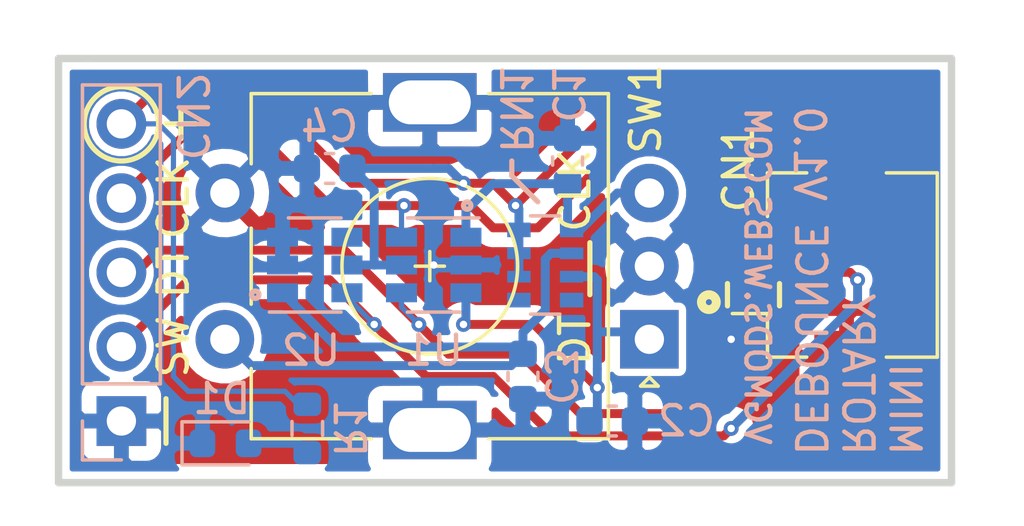
<source format=kicad_pcb>
(kicad_pcb (version 20171130) (host pcbnew "(5.1.10)-1")

  (general
    (thickness 1.6)
    (drawings 31)
    (tracks 126)
    (zones 0)
    (modules 12)
    (nets 13)
  )

  (page A4)
  (layers
    (0 F.Cu signal hide)
    (31 B.Cu signal)
    (34 B.Paste user hide)
    (35 F.Paste user hide)
    (36 B.SilkS user)
    (37 F.SilkS user)
    (38 B.Mask user hide)
    (39 F.Mask user)
    (40 Dwgs.User user hide)
    (44 Edge.Cuts user)
    (45 Margin user hide)
    (46 B.CrtYd user hide)
    (47 F.CrtYd user)
    (48 B.Fab user hide)
    (49 F.Fab user hide)
  )

  (setup
    (last_trace_width 0.3048)
    (user_trace_width 0.1778)
    (user_trace_width 0.3048)
    (trace_clearance 0.1778)
    (zone_clearance 0.254)
    (zone_45_only yes)
    (trace_min 0.1778)
    (via_size 0.508)
    (via_drill 0.254)
    (via_min_size 0.508)
    (via_min_drill 0.254)
    (uvia_size 0.508)
    (uvia_drill 0.254)
    (uvias_allowed no)
    (uvia_min_size 0.508)
    (uvia_min_drill 0.254)
    (edge_width 0.254)
    (segment_width 0.1778)
    (pcb_text_width 0.3)
    (pcb_text_size 1.5 1.5)
    (mod_edge_width 0.1778)
    (mod_text_size 1 1)
    (mod_text_width 0.15)
    (pad_size 3.200001 2)
    (pad_drill 2.799999)
    (pad_to_mask_clearance 0.0508)
    (solder_mask_min_width 0.101)
    (aux_axis_origin 0 0)
    (visible_elements 7EFDF77F)
    (pcbplotparams
      (layerselection 0x010fc_ffffffff)
      (usegerberextensions false)
      (usegerberattributes true)
      (usegerberadvancedattributes true)
      (creategerberjobfile true)
      (excludeedgelayer true)
      (linewidth 0.100000)
      (plotframeref false)
      (viasonmask false)
      (mode 1)
      (useauxorigin false)
      (hpglpennumber 1)
      (hpglpenspeed 20)
      (hpglpendiameter 15.000000)
      (psnegative false)
      (psa4output false)
      (plotreference true)
      (plotvalue true)
      (plotinvisibletext false)
      (padsonsilk false)
      (subtractmaskfromsilk false)
      (outputformat 1)
      (mirror false)
      (drillshape 1)
      (scaleselection 1)
      (outputdirectory ""))
  )

  (net 0 "")
  (net 1 DT)
  (net 2 "Net-(D1-Pad2)")
  (net 3 SWITCH)
  (net 4 DT_DEBOUNCED)
  (net 5 CLK_DEBOUNCED)
  (net 6 CLK)
  (net 7 "Net-(RN1-Pad5)")
  (net 8 GND)
  (net 9 VCC)
  (net 10 "Net-(U2-Pad4)")
  (net 11 SWITCH_DEBOUNCED)
  (net 12 "Net-(RN1-Pad4)")

  (net_class Default "This is the default net class."
    (clearance 0.1778)
    (trace_width 0.1778)
    (via_dia 0.508)
    (via_drill 0.254)
    (uvia_dia 0.508)
    (uvia_drill 0.254)
    (add_net CLK)
    (add_net CLK_DEBOUNCED)
    (add_net DT)
    (add_net DT_DEBOUNCED)
    (add_net GND)
    (add_net "Net-(D1-Pad2)")
    (add_net "Net-(RN1-Pad4)")
    (add_net "Net-(RN1-Pad5)")
    (add_net "Net-(U2-Pad4)")
    (add_net SWITCH)
    (add_net SWITCH_DEBOUNCED)
    (add_net VCC)
  )

  (net_class 2 ""
    (clearance 0.1778)
    (trace_width 0.3048)
    (via_dia 0.508)
    (via_drill 0.254)
    (uvia_dia 0.508)
    (uvia_drill 0.254)
  )

  (net_class Power ""
    (clearance 0.1778)
    (trace_width 0.3048)
    (via_dia 0.508)
    (via_drill 0.254)
    (uvia_dia 0.508)
    (uvia_drill 0.254)
  )

  (module Capacitor_SMD:C_0603_1608Metric (layer B.Cu) (tedit 5F68FEEE) (tstamp 6130A0CA)
    (at 168.91 104.394)
    (descr "Capacitor SMD 0603 (1608 Metric), square (rectangular) end terminal, IPC_7351 nominal, (Body size source: IPC-SM-782 page 76, https://www.pcb-3d.com/wordpress/wp-content/uploads/ipc-sm-782a_amendment_1_and_2.pdf), generated with kicad-footprint-generator")
    (tags capacitor)
    (path /6133B0FF)
    (attr smd)
    (fp_text reference C2 (at 2.54 0 unlocked) (layer B.SilkS)
      (effects (font (size 1 1) (thickness 0.15)) (justify mirror))
    )
    (fp_text value 1uF (at 0 -1.43) (layer B.Fab)
      (effects (font (size 1 1) (thickness 0.15)) (justify mirror))
    )
    (fp_line (start -0.8 -0.4) (end -0.8 0.4) (layer B.Fab) (width 0.1))
    (fp_line (start -0.8 0.4) (end 0.8 0.4) (layer B.Fab) (width 0.1))
    (fp_line (start 0.8 0.4) (end 0.8 -0.4) (layer B.Fab) (width 0.1))
    (fp_line (start 0.8 -0.4) (end -0.8 -0.4) (layer B.Fab) (width 0.1))
    (fp_line (start -0.14058 0.51) (end 0.14058 0.51) (layer B.SilkS) (width 0.12))
    (fp_line (start -0.14058 -0.51) (end 0.14058 -0.51) (layer B.SilkS) (width 0.12))
    (fp_line (start -1.48 -0.73) (end -1.48 0.73) (layer B.CrtYd) (width 0.05))
    (fp_line (start -1.48 0.73) (end 1.48 0.73) (layer B.CrtYd) (width 0.05))
    (fp_line (start 1.48 0.73) (end 1.48 -0.73) (layer B.CrtYd) (width 0.05))
    (fp_line (start 1.48 -0.73) (end -1.48 -0.73) (layer B.CrtYd) (width 0.05))
    (fp_text user %R (at 0 0) (layer B.Fab)
      (effects (font (size 0.4 0.4) (thickness 0.06)) (justify mirror))
    )
    (pad 2 smd roundrect (at 0.775 0) (size 0.9 0.95) (layers B.Cu B.Paste B.Mask) (roundrect_rratio 0.25)
      (net 8 GND))
    (pad 1 smd roundrect (at -0.775 0) (size 0.9 0.95) (layers B.Cu B.Paste B.Mask) (roundrect_rratio 0.25)
      (net 1 DT))
    (model ${KISYS3DMOD}/Capacitor_SMD.3dshapes/C_0603_1608Metric.wrl
      (at (xyz 0 0 0))
      (scale (xyz 1 1 1))
      (rotate (xyz 0 0 0))
    )
  )

  (module Capacitor_SMD:C_0603_1608Metric (layer B.Cu) (tedit 5F68FEEE) (tstamp 613517D6)
    (at 165.862 102.87 270)
    (descr "Capacitor SMD 0603 (1608 Metric), square (rectangular) end terminal, IPC_7351 nominal, (Body size source: IPC-SM-782 page 76, https://www.pcb-3d.com/wordpress/wp-content/uploads/ipc-sm-782a_amendment_1_and_2.pdf), generated with kicad-footprint-generator")
    (tags capacitor)
    (path /61340374)
    (attr smd)
    (fp_text reference C3 (at 0 -1.27 270 unlocked) (layer B.SilkS)
      (effects (font (size 1 1) (thickness 0.15)) (justify mirror))
    )
    (fp_text value 1uF (at 0 -1.43 90) (layer B.Fab)
      (effects (font (size 1 1) (thickness 0.15)) (justify mirror))
    )
    (fp_line (start -0.8 -0.4) (end -0.8 0.4) (layer B.Fab) (width 0.1))
    (fp_line (start -0.8 0.4) (end 0.8 0.4) (layer B.Fab) (width 0.1))
    (fp_line (start 0.8 0.4) (end 0.8 -0.4) (layer B.Fab) (width 0.1))
    (fp_line (start 0.8 -0.4) (end -0.8 -0.4) (layer B.Fab) (width 0.1))
    (fp_line (start -0.14058 0.51) (end 0.14058 0.51) (layer B.SilkS) (width 0.12))
    (fp_line (start -0.14058 -0.51) (end 0.14058 -0.51) (layer B.SilkS) (width 0.12))
    (fp_line (start -1.48 -0.73) (end -1.48 0.73) (layer B.CrtYd) (width 0.05))
    (fp_line (start -1.48 0.73) (end 1.48 0.73) (layer B.CrtYd) (width 0.05))
    (fp_line (start 1.48 0.73) (end 1.48 -0.73) (layer B.CrtYd) (width 0.05))
    (fp_line (start 1.48 -0.73) (end -1.48 -0.73) (layer B.CrtYd) (width 0.05))
    (fp_text user %R (at 0 0 90) (layer B.Fab)
      (effects (font (size 0.4 0.4) (thickness 0.06)) (justify mirror))
    )
    (pad 2 smd roundrect (at 0.775 0 270) (size 0.9 0.95) (layers B.Cu B.Paste B.Mask) (roundrect_rratio 0.25)
      (net 8 GND))
    (pad 1 smd roundrect (at -0.775 0 270) (size 0.9 0.95) (layers B.Cu B.Paste B.Mask) (roundrect_rratio 0.25)
      (net 3 SWITCH))
    (model ${KISYS3DMOD}/Capacitor_SMD.3dshapes/C_0603_1608Metric.wrl
      (at (xyz 0 0 0))
      (scale (xyz 1 1 1))
      (rotate (xyz 0 0 0))
    )
  )

  (module Rotary_Encoder:RotaryEncoder_Alps_EC11E-Switch_Vertical_H20mm (layer F.Cu) (tedit 6134206D) (tstamp 613441A8)
    (at 170.18 101.6 180)
    (descr "Alps rotary encoder, EC12E... with switch, vertical shaft, http://www.alps.com/prod/info/E/HTML/Encoder/Incremental/EC11/EC11E15204A3.html")
    (tags "rotary encoder")
    (path /61308CB6)
    (fp_text reference SW1 (at 0.127 7.874 90) (layer F.SilkS)
      (effects (font (size 1 1) (thickness 0.15)))
    )
    (fp_text value Rotary_Encoder_Switch (at 7.5 10.4) (layer F.Fab)
      (effects (font (size 1 1) (thickness 0.15)))
    )
    (fp_circle (center 7.5 2.5) (end 10.5 2.5) (layer F.Fab) (width 0.12))
    (fp_circle (center 7.5 2.5) (end 10.5 2.5) (layer F.SilkS) (width 0.12))
    (fp_line (start 16 9.6) (end -1.5 9.6) (layer F.CrtYd) (width 0.05))
    (fp_line (start 16 9.6) (end 16 -4.6) (layer F.CrtYd) (width 0.05))
    (fp_line (start -1.5 -4.6) (end -1.5 9.6) (layer F.CrtYd) (width 0.05))
    (fp_line (start -1.5 -4.6) (end 16 -4.6) (layer F.CrtYd) (width 0.05))
    (fp_line (start 2.5 -3.3) (end 13.5 -3.3) (layer F.Fab) (width 0.12))
    (fp_line (start 13.5 -3.3) (end 13.5 8.3) (layer F.Fab) (width 0.12))
    (fp_line (start 13.5 8.3) (end 1.5 8.3) (layer F.Fab) (width 0.12))
    (fp_line (start 1.5 8.3) (end 1.5 -2.2) (layer F.Fab) (width 0.12))
    (fp_line (start 1.5 -2.2) (end 2.5 -3.3) (layer F.Fab) (width 0.12))
    (fp_line (start 9.5 -3.4) (end 13.6 -3.4) (layer F.SilkS) (width 0.12))
    (fp_line (start 13.6 8.4) (end 9.5 8.4) (layer F.SilkS) (width 0.12))
    (fp_line (start 5.5 8.4) (end 1.4 8.4) (layer F.SilkS) (width 0.12))
    (fp_line (start 5.5 -3.4) (end 1.4 -3.4) (layer F.SilkS) (width 0.12))
    (fp_line (start 1.4 -3.4) (end 1.4 8.4) (layer F.SilkS) (width 0.12))
    (fp_line (start 0 -1.3) (end -0.3 -1.6) (layer F.SilkS) (width 0.12))
    (fp_line (start -0.3 -1.6) (end 0.3 -1.6) (layer F.SilkS) (width 0.12))
    (fp_line (start 0.3 -1.6) (end 0 -1.3) (layer F.SilkS) (width 0.12))
    (fp_line (start 7.5 -0.5) (end 7.5 5.5) (layer F.Fab) (width 0.12))
    (fp_line (start 4.5 2.5) (end 10.5 2.5) (layer F.Fab) (width 0.12))
    (fp_line (start 13.6 -3.4) (end 13.6 -1) (layer F.SilkS) (width 0.12))
    (fp_line (start 13.6 1.2) (end 13.6 3.8) (layer F.SilkS) (width 0.12))
    (fp_line (start 13.6 6) (end 13.6 8.4) (layer F.SilkS) (width 0.12))
    (fp_line (start 7.5 2) (end 7.5 3) (layer F.SilkS) (width 0.12))
    (fp_line (start 7 2.5) (end 8 2.5) (layer F.SilkS) (width 0.12))
    (fp_text user %R (at 11.1 6.3) (layer F.Fab)
      (effects (font (size 1 1) (thickness 0.15)))
    )
    (pad S1 thru_hole circle (at 14.5 5 180) (size 2 2) (drill 1) (layers *.Cu *.Mask)
      (net 8 GND))
    (pad S2 thru_hole circle (at 14.5 0 180) (size 2 2) (drill 1) (layers *.Cu *.Mask)
      (net 3 SWITCH))
    (pad S1 thru_hole rect (at 7.5 8.1 180) (size 3.200001 2) (drill oval 2.799999 1.5) (layers *.Cu *.Mask)
      (net 8 GND))
    (pad S1 thru_hole rect (at 7.5 -3.1 180) (size 3.200001 2) (drill oval 2.799999 1.5) (layers *.Cu *.Mask)
      (net 8 GND))
    (pad B thru_hole circle (at 0 5 180) (size 2 2) (drill 1) (layers *.Cu *.Mask)
      (net 6 CLK))
    (pad C thru_hole circle (at 0 2.5 180) (size 2 2) (drill 1) (layers *.Cu *.Mask)
      (net 8 GND))
    (pad A thru_hole rect (at 0 0 180) (size 2 2) (drill 1) (layers *.Cu *.Mask)
      (net 1 DT))
    (model ${KISYS3DMOD}/Rotary_Encoder.3dshapes/RotaryEncoder_Alps_EC11E-Switch_Vertical_H20mm.wrl
      (at (xyz 0 0 0))
      (scale (xyz 1 1 1))
      (rotate (xyz 0 0 0))
    )
    (model "G:/-- SSFD/Classes/KiCAD/3D Models/Rotary Encoder"
      (offset (xyz 1.27 3.556 0))
      (scale (xyz 1 1 1))
      (rotate (xyz 90 0 0))
    )
    (model "G:/-- SSFD/Classes/KiCAD/3D Models/SSFD - EC11E-15SW_color_fixed.STEP"
      (offset (xyz 7.62 -2.54 3.81))
      (scale (xyz 1 1 1))
      (rotate (xyz 180 0 -90))
    )
    (model "G:/-- SSFD/Classes/KiCAD/3D Models/EC11E-15SW_color_fixed.STEP"
      (offset (xyz 7.62 -2.54 3.81))
      (scale (xyz 1 1 1))
      (rotate (xyz 180 0 -90))
    )
  )

  (module Connector_FFC-FPC:Hirose_FH12-6S-0.5SH_1x06-1MP_P0.50mm_Horizontal (layer F.Cu) (tedit 61342039) (tstamp 61351239)
    (at 175.514 99.06 90)
    (descr "Hirose FH12, FFC/FPC connector, FH12-6S-0.5SH, 6 Pins per row (https://www.hirose.com/product/en/products/FH12/FH12-24S-0.5SH(55)/), generated with kicad-footprint-generator")
    (tags "connector Hirose FH12 horizontal")
    (path /61377A02)
    (attr smd)
    (fp_text reference CN1 (at 3.302 -2.286 270) (layer F.SilkS)
      (effects (font (size 1 1) (thickness 0.15)))
    )
    (fp_text value Conn_01x06 (at 0 5.6 90) (layer F.Fab)
      (effects (font (size 1 1) (thickness 0.15)))
    )
    (fp_text user %R (at 0 3.7 90) (layer F.Fab)
      (effects (font (size 1 1) (thickness 0.15)))
    )
    (fp_line (start 0 -1.2) (end -3.05 -1.2) (layer F.Fab) (width 0.1))
    (fp_line (start -3.05 -1.2) (end -3.05 3.4) (layer F.Fab) (width 0.1))
    (fp_line (start -3.05 3.4) (end -2.45 3.4) (layer F.Fab) (width 0.1))
    (fp_line (start -2.45 3.4) (end -2.45 3.7) (layer F.Fab) (width 0.1))
    (fp_line (start -2.45 3.7) (end -2.95 3.7) (layer F.Fab) (width 0.1))
    (fp_line (start -2.95 3.7) (end -2.95 4.4) (layer F.Fab) (width 0.1))
    (fp_line (start -2.95 4.4) (end 0 4.4) (layer F.Fab) (width 0.1))
    (fp_line (start 0 -1.2) (end 3.05 -1.2) (layer F.Fab) (width 0.1))
    (fp_line (start 3.05 -1.2) (end 3.05 3.4) (layer F.Fab) (width 0.1))
    (fp_line (start 3.05 3.4) (end 2.45 3.4) (layer F.Fab) (width 0.1))
    (fp_line (start 2.45 3.4) (end 2.45 3.7) (layer F.Fab) (width 0.1))
    (fp_line (start 2.45 3.7) (end 2.95 3.7) (layer F.Fab) (width 0.1))
    (fp_line (start 2.95 3.7) (end 2.95 4.4) (layer F.Fab) (width 0.1))
    (fp_line (start 2.95 4.4) (end 0 4.4) (layer F.Fab) (width 0.1))
    (fp_line (start -1.66 -1.3) (end -3.15 -1.3) (layer F.SilkS) (width 0.12))
    (fp_line (start -3.15 -1.3) (end -3.15 0.04) (layer F.SilkS) (width 0.12))
    (fp_line (start 1.66 -1.3) (end 3.15 -1.3) (layer F.SilkS) (width 0.12))
    (fp_line (start 3.15 -1.3) (end 3.15 0.04) (layer F.SilkS) (width 0.12))
    (fp_line (start -3.15 2.76) (end -3.15 4.5) (layer F.SilkS) (width 0.12))
    (fp_line (start -3.15 4.5) (end 3.15 4.5) (layer F.SilkS) (width 0.12))
    (fp_line (start 3.15 4.5) (end 3.15 2.76) (layer F.SilkS) (width 0.12))
    (fp_line (start -1.66 -1.3) (end -1.66 -2.5) (layer F.SilkS) (width 0.12))
    (fp_line (start -1.75 -1.2) (end -1.25 -0.492893) (layer F.Fab) (width 0.1))
    (fp_line (start -1.25 -0.492893) (end -0.75 -1.2) (layer F.Fab) (width 0.1))
    (fp_line (start -4.55 -3) (end -4.55 4.9) (layer F.CrtYd) (width 0.05))
    (fp_line (start -4.55 4.9) (end 4.55 4.9) (layer F.CrtYd) (width 0.05))
    (fp_line (start 4.55 4.9) (end 4.55 -3) (layer F.CrtYd) (width 0.05))
    (fp_line (start 4.55 -3) (end -4.55 -3) (layer F.CrtYd) (width 0.05))
    (pad 6 smd rect (at 1.25 -1.85 90) (size 0.3 1.3) (layers F.Cu F.Paste F.Mask)
      (net 9 VCC))
    (pad 5 smd rect (at 0.75 -1.85 90) (size 0.3 1.3) (layers F.Cu F.Paste F.Mask)
      (net 5 CLK_DEBOUNCED))
    (pad 4 smd rect (at 0.25 -1.85 90) (size 0.3 1.3) (layers F.Cu F.Paste F.Mask)
      (net 4 DT_DEBOUNCED))
    (pad 3 smd rect (at -0.25 -1.85 90) (size 0.3 1.3) (layers F.Cu F.Paste F.Mask)
      (net 11 SWITCH_DEBOUNCED))
    (pad 2 smd rect (at -0.75 -1.85 90) (size 0.3 1.3) (layers F.Cu F.Paste F.Mask)
      (net 8 GND))
    (pad 1 smd rect (at -1.25 -1.85 90) (size 0.3 1.3) (layers F.Cu F.Paste F.Mask)
      (net 8 GND))
    (pad 1 smd rect (at -3.15 1.4 90) (size 1.8 2.2) (layers F.Cu F.Paste F.Mask)
      (net 8 GND))
    (pad 1 smd rect (at 3.15 1.4 90) (size 1.8 2.2) (layers F.Cu F.Paste F.Mask)
      (net 8 GND))
    (model ${KISYS3DMOD}/Connector_FFC-FPC.3dshapes/Hirose_FH12-6S-0.5SH_1x06-1MP_P0.50mm_Horizontal.wrl
      (at (xyz 0 0 0))
      (scale (xyz 1 1 1))
      (rotate (xyz 0 0 0))
    )
    (model "G:/-- SSFD/Classes/KiCAD/3D Models/SSFD - FH12-6S-0.5SH_color_fiixed.STEP"
      (offset (xyz -11.7094 -2.3622 2.0066))
      (scale (xyz 1 1 1))
      (rotate (xyz 180 90 0))
    )
  )

  (module Resistor_SMD:R_Array_Convex_4x0603 (layer B.Cu) (tedit 58E0A8B2) (tstamp 6134289F)
    (at 166.624 99.06 180)
    (descr "Chip Resistor Network, ROHM MNR14 (see mnr_g.pdf)")
    (tags "resistor array")
    (path /61385B24)
    (attr smd)
    (fp_text reference RN1 (at 1.016 5.334 270 unlocked) (layer B.SilkS)
      (effects (font (size 1 1) (thickness 0.15)) (justify mirror))
    )
    (fp_text value R_Pack04_Split (at 0 -2.8) (layer B.Fab)
      (effects (font (size 1 1) (thickness 0.15)) (justify mirror))
    )
    (fp_text user %R (at 0 0 -90) (layer B.Fab)
      (effects (font (size 0.5 0.5) (thickness 0.075)) (justify mirror))
    )
    (fp_line (start -0.8 1.6) (end 0.8 1.6) (layer B.Fab) (width 0.1))
    (fp_line (start 0.8 1.6) (end 0.8 -1.6) (layer B.Fab) (width 0.1))
    (fp_line (start 0.8 -1.6) (end -0.8 -1.6) (layer B.Fab) (width 0.1))
    (fp_line (start -0.8 -1.6) (end -0.8 1.6) (layer B.Fab) (width 0.1))
    (fp_line (start 0.5 -1.68) (end -0.5 -1.68) (layer B.SilkS) (width 0.12))
    (fp_line (start 0.5 1.68) (end -0.5 1.68) (layer B.SilkS) (width 0.12))
    (fp_line (start -1.55 1.85) (end 1.55 1.85) (layer B.CrtYd) (width 0.05))
    (fp_line (start -1.55 1.85) (end -1.55 -1.85) (layer B.CrtYd) (width 0.05))
    (fp_line (start 1.55 -1.85) (end 1.55 1.85) (layer B.CrtYd) (width 0.05))
    (fp_line (start 1.55 -1.85) (end -1.55 -1.85) (layer B.CrtYd) (width 0.05))
    (pad 5 smd rect (at 0.9 -1.2 180) (size 0.8 0.5) (layers B.Cu B.Paste B.Mask)
      (net 7 "Net-(RN1-Pad5)"))
    (pad 6 smd rect (at 0.9 -0.4 180) (size 0.8 0.4) (layers B.Cu B.Paste B.Mask)
      (net 9 VCC))
    (pad 8 smd rect (at 0.9 1.2 180) (size 0.8 0.5) (layers B.Cu B.Paste B.Mask)
      (net 9 VCC))
    (pad 7 smd rect (at 0.9 0.4 180) (size 0.8 0.4) (layers B.Cu B.Paste B.Mask)
      (net 9 VCC))
    (pad 4 smd rect (at -0.9 -1.2 180) (size 0.8 0.5) (layers B.Cu B.Paste B.Mask)
      (net 12 "Net-(RN1-Pad4)"))
    (pad 2 smd rect (at -0.9 0.4 180) (size 0.8 0.4) (layers B.Cu B.Paste B.Mask)
      (net 3 SWITCH))
    (pad 3 smd rect (at -0.9 -0.4 180) (size 0.8 0.4) (layers B.Cu B.Paste B.Mask)
      (net 1 DT))
    (pad 1 smd rect (at -0.9 1.2 180) (size 0.8 0.5) (layers B.Cu B.Paste B.Mask)
      (net 6 CLK))
    (model ${KISYS3DMOD}/Resistor_SMD.3dshapes/R_Array_Convex_4x0603.wrl
      (at (xyz 0 0 0))
      (scale (xyz 1 1 1))
      (rotate (xyz 0 0 0))
    )
  )

  (module Package_TO_SOT_SMD:SOT-23-6 (layer B.Cu) (tedit 5A02FF57) (tstamp 61340F26)
    (at 158.75 99.06)
    (descr "6-pin SOT-23 package")
    (tags SOT-23-6)
    (path /6130E842)
    (attr smd)
    (fp_text reference U2 (at -0.127 2.921 unlocked) (layer B.SilkS)
      (effects (font (size 1 1) (thickness 0.15)) (justify mirror))
    )
    (fp_text value 74HC14 (at 0 -2.9 180) (layer B.Fab)
      (effects (font (size 1 1) (thickness 0.15)) (justify mirror))
    )
    (fp_text user %R (at 0 0 -270) (layer B.Fab)
      (effects (font (size 0.5 0.5) (thickness 0.075)) (justify mirror))
    )
    (fp_line (start -0.9 -1.61) (end 0.9 -1.61) (layer B.SilkS) (width 0.12))
    (fp_line (start 0.9 1.61) (end -1.55 1.61) (layer B.SilkS) (width 0.12))
    (fp_line (start 1.9 1.8) (end -1.9 1.8) (layer B.CrtYd) (width 0.05))
    (fp_line (start 1.9 -1.8) (end 1.9 1.8) (layer B.CrtYd) (width 0.05))
    (fp_line (start -1.9 -1.8) (end 1.9 -1.8) (layer B.CrtYd) (width 0.05))
    (fp_line (start -1.9 1.8) (end -1.9 -1.8) (layer B.CrtYd) (width 0.05))
    (fp_line (start -0.9 0.9) (end -0.25 1.55) (layer B.Fab) (width 0.1))
    (fp_line (start 0.9 1.55) (end -0.25 1.55) (layer B.Fab) (width 0.1))
    (fp_line (start -0.9 0.9) (end -0.9 -1.55) (layer B.Fab) (width 0.1))
    (fp_line (start 0.9 -1.55) (end -0.9 -1.55) (layer B.Fab) (width 0.1))
    (fp_line (start 0.9 1.55) (end 0.9 -1.55) (layer B.Fab) (width 0.1))
    (pad 5 smd rect (at 1.1 0) (size 1.06 0.65) (layers B.Cu B.Paste B.Mask)
      (net 9 VCC))
    (pad 6 smd rect (at 1.1 0.95) (size 1.06 0.65) (layers B.Cu B.Paste B.Mask)
      (net 11 SWITCH_DEBOUNCED))
    (pad 4 smd rect (at 1.1 -0.95) (size 1.06 0.65) (layers B.Cu B.Paste B.Mask)
      (net 10 "Net-(U2-Pad4)"))
    (pad 3 smd rect (at -1.1 -0.95) (size 1.06 0.65) (layers B.Cu B.Paste B.Mask)
      (net 8 GND))
    (pad 2 smd rect (at -1.1 0) (size 1.06 0.65) (layers B.Cu B.Paste B.Mask)
      (net 8 GND))
    (pad 1 smd rect (at -1.1 0.95) (size 1.06 0.65) (layers B.Cu B.Paste B.Mask)
      (net 3 SWITCH))
    (model ${KISYS3DMOD}/Package_TO_SOT_SMD.3dshapes/SOT-23-6.wrl
      (at (xyz 0 0 0))
      (scale (xyz 1 1 1))
      (rotate (xyz 0 0 0))
    )
  )

  (module Package_TO_SOT_SMD:SOT-23-6 (layer B.Cu) (tedit 5A02FF57) (tstamp 61340F10)
    (at 162.814 99.06 180)
    (descr "6-pin SOT-23 package")
    (tags SOT-23-6)
    (path /6130BB76)
    (attr smd)
    (fp_text reference U1 (at 0 -2.921 unlocked) (layer B.SilkS)
      (effects (font (size 1 1) (thickness 0.15)) (justify mirror))
    )
    (fp_text value 74HC14 (at 0 -2.9) (layer B.Fab)
      (effects (font (size 1 1) (thickness 0.15)) (justify mirror))
    )
    (fp_text user %R (at 0 0 270) (layer B.Fab)
      (effects (font (size 0.5 0.5) (thickness 0.075)) (justify mirror))
    )
    (fp_line (start -0.9 -1.61) (end 0.9 -1.61) (layer B.SilkS) (width 0.12))
    (fp_line (start 0.9 1.61) (end -1.55 1.61) (layer B.SilkS) (width 0.12))
    (fp_line (start 1.9 1.8) (end -1.9 1.8) (layer B.CrtYd) (width 0.05))
    (fp_line (start 1.9 -1.8) (end 1.9 1.8) (layer B.CrtYd) (width 0.05))
    (fp_line (start -1.9 -1.8) (end 1.9 -1.8) (layer B.CrtYd) (width 0.05))
    (fp_line (start -1.9 1.8) (end -1.9 -1.8) (layer B.CrtYd) (width 0.05))
    (fp_line (start -0.9 0.9) (end -0.25 1.55) (layer B.Fab) (width 0.1))
    (fp_line (start 0.9 1.55) (end -0.25 1.55) (layer B.Fab) (width 0.1))
    (fp_line (start -0.9 0.9) (end -0.9 -1.55) (layer B.Fab) (width 0.1))
    (fp_line (start 0.9 -1.55) (end -0.9 -1.55) (layer B.Fab) (width 0.1))
    (fp_line (start 0.9 1.55) (end 0.9 -1.55) (layer B.Fab) (width 0.1))
    (pad 5 smd rect (at 1.1 0 180) (size 1.06 0.65) (layers B.Cu B.Paste B.Mask)
      (net 9 VCC))
    (pad 6 smd rect (at 1.1 0.95 180) (size 1.06 0.65) (layers B.Cu B.Paste B.Mask)
      (net 5 CLK_DEBOUNCED))
    (pad 4 smd rect (at 1.1 -0.95 180) (size 1.06 0.65) (layers B.Cu B.Paste B.Mask)
      (net 4 DT_DEBOUNCED))
    (pad 3 smd rect (at -1.1 -0.95 180) (size 1.06 0.65) (layers B.Cu B.Paste B.Mask)
      (net 1 DT))
    (pad 2 smd rect (at -1.1 0 180) (size 1.06 0.65) (layers B.Cu B.Paste B.Mask)
      (net 8 GND))
    (pad 1 smd rect (at -1.1 0.95 180) (size 1.06 0.65) (layers B.Cu B.Paste B.Mask)
      (net 6 CLK))
    (model ${KISYS3DMOD}/Package_TO_SOT_SMD.3dshapes/SOT-23-6.wrl
      (at (xyz 0 0 0))
      (scale (xyz 1 1 1))
      (rotate (xyz 0 0 0))
    )
  )

  (module Capacitor_SMD:C_0603_1608Metric (layer B.Cu) (tedit 5F68FEEE) (tstamp 6130AFB2)
    (at 159.258 95.758 180)
    (descr "Capacitor SMD 0603 (1608 Metric), square (rectangular) end terminal, IPC_7351 nominal, (Body size source: IPC-SM-782 page 76, https://www.pcb-3d.com/wordpress/wp-content/uploads/ipc-sm-782a_amendment_1_and_2.pdf), generated with kicad-footprint-generator")
    (tags capacitor)
    (path /613644C3)
    (attr smd)
    (fp_text reference C4 (at 0 1.43 unlocked) (layer B.SilkS)
      (effects (font (size 1 1) (thickness 0.15)) (justify mirror))
    )
    (fp_text value 1uF (at 0 -1.43) (layer B.Fab)
      (effects (font (size 1 1) (thickness 0.15)) (justify mirror))
    )
    (fp_line (start -0.8 -0.4) (end -0.8 0.4) (layer B.Fab) (width 0.1))
    (fp_line (start -0.8 0.4) (end 0.8 0.4) (layer B.Fab) (width 0.1))
    (fp_line (start 0.8 0.4) (end 0.8 -0.4) (layer B.Fab) (width 0.1))
    (fp_line (start 0.8 -0.4) (end -0.8 -0.4) (layer B.Fab) (width 0.1))
    (fp_line (start -0.14058 0.51) (end 0.14058 0.51) (layer B.SilkS) (width 0.12))
    (fp_line (start -0.14058 -0.51) (end 0.14058 -0.51) (layer B.SilkS) (width 0.12))
    (fp_line (start -1.48 -0.73) (end -1.48 0.73) (layer B.CrtYd) (width 0.05))
    (fp_line (start -1.48 0.73) (end 1.48 0.73) (layer B.CrtYd) (width 0.05))
    (fp_line (start 1.48 0.73) (end 1.48 -0.73) (layer B.CrtYd) (width 0.05))
    (fp_line (start 1.48 -0.73) (end -1.48 -0.73) (layer B.CrtYd) (width 0.05))
    (fp_text user %R (at 0 0) (layer B.Fab)
      (effects (font (size 0.4 0.4) (thickness 0.06)) (justify mirror))
    )
    (pad 2 smd roundrect (at 0.775 0 180) (size 0.9 0.95) (layers B.Cu B.Paste B.Mask) (roundrect_rratio 0.25)
      (net 8 GND))
    (pad 1 smd roundrect (at -0.775 0 180) (size 0.9 0.95) (layers B.Cu B.Paste B.Mask) (roundrect_rratio 0.25)
      (net 9 VCC))
    (model ${KISYS3DMOD}/Capacitor_SMD.3dshapes/C_0603_1608Metric.wrl
      (at (xyz 0 0 0))
      (scale (xyz 1 1 1))
      (rotate (xyz 0 0 0))
    )
  )

  (module Capacitor_SMD:C_0603_1608Metric (layer B.Cu) (tedit 5F68FEEE) (tstamp 6130AF70)
    (at 167.386 95.504 90)
    (descr "Capacitor SMD 0603 (1608 Metric), square (rectangular) end terminal, IPC_7351 nominal, (Body size source: IPC-SM-782 page 76, https://www.pcb-3d.com/wordpress/wp-content/uploads/ipc-sm-782a_amendment_1_and_2.pdf), generated with kicad-footprint-generator")
    (tags capacitor)
    (path /6132F8A6)
    (attr smd)
    (fp_text reference C1 (at 2.286 0 270 unlocked) (layer B.SilkS)
      (effects (font (size 1 1) (thickness 0.15)) (justify mirror))
    )
    (fp_text value 1uF (at 0 -1.43 90) (layer B.Fab)
      (effects (font (size 1 1) (thickness 0.15)) (justify mirror))
    )
    (fp_line (start -0.8 -0.4) (end -0.8 0.4) (layer B.Fab) (width 0.1))
    (fp_line (start -0.8 0.4) (end 0.8 0.4) (layer B.Fab) (width 0.1))
    (fp_line (start 0.8 0.4) (end 0.8 -0.4) (layer B.Fab) (width 0.1))
    (fp_line (start 0.8 -0.4) (end -0.8 -0.4) (layer B.Fab) (width 0.1))
    (fp_line (start -0.14058 0.51) (end 0.14058 0.51) (layer B.SilkS) (width 0.12))
    (fp_line (start -0.14058 -0.51) (end 0.14058 -0.51) (layer B.SilkS) (width 0.12))
    (fp_line (start -1.48 -0.73) (end -1.48 0.73) (layer B.CrtYd) (width 0.05))
    (fp_line (start -1.48 0.73) (end 1.48 0.73) (layer B.CrtYd) (width 0.05))
    (fp_line (start 1.48 0.73) (end 1.48 -0.73) (layer B.CrtYd) (width 0.05))
    (fp_line (start 1.48 -0.73) (end -1.48 -0.73) (layer B.CrtYd) (width 0.05))
    (fp_text user %R (at 0 0 90) (layer B.Fab)
      (effects (font (size 0.4 0.4) (thickness 0.06)) (justify mirror))
    )
    (pad 2 smd roundrect (at 0.775 0 90) (size 0.9 0.95) (layers B.Cu B.Paste B.Mask) (roundrect_rratio 0.25)
      (net 8 GND))
    (pad 1 smd roundrect (at -0.775 0 90) (size 0.9 0.95) (layers B.Cu B.Paste B.Mask) (roundrect_rratio 0.25)
      (net 6 CLK))
    (model ${KISYS3DMOD}/Capacitor_SMD.3dshapes/C_0603_1608Metric.wrl
      (at (xyz 0 0 0))
      (scale (xyz 1 1 1))
      (rotate (xyz 0 0 0))
    )
  )

  (module Connector_PinHeader_2.54mm:PinHeader_1x05_P2.54mm_Vertical (layer B.Cu) (tedit 59FED5CC) (tstamp 61343EF7)
    (at 152.146 104.394)
    (descr "Through hole straight pin header, 1x05, 2.54mm pitch, single row")
    (tags "Through hole pin header THT 1x05 2.54mm single row")
    (path /61344F5A)
    (fp_text reference CN2 (at 2.413 -10.414 270 unlocked) (layer B.SilkS)
      (effects (font (size 1 1) (thickness 0.15)) (justify mirror))
    )
    (fp_text value Conn_01x05 (at 0 -12.49) (layer B.Fab)
      (effects (font (size 1 1) (thickness 0.15)) (justify mirror))
    )
    (fp_text user %R (at 0 -5.08 -90) (layer B.Fab)
      (effects (font (size 1 1) (thickness 0.15)) (justify mirror))
    )
    (fp_line (start 1.8 1.8) (end -1.8 1.8) (layer B.CrtYd) (width 0.05))
    (fp_line (start 1.8 -11.95) (end 1.8 1.8) (layer B.CrtYd) (width 0.05))
    (fp_line (start -1.8 -11.95) (end 1.8 -11.95) (layer B.CrtYd) (width 0.05))
    (fp_line (start -1.8 1.8) (end -1.8 -11.95) (layer B.CrtYd) (width 0.05))
    (fp_line (start -1.33 1.33) (end 0 1.33) (layer B.SilkS) (width 0.12))
    (fp_line (start -1.33 0) (end -1.33 1.33) (layer B.SilkS) (width 0.12))
    (fp_line (start -1.33 -1.27) (end 1.33 -1.27) (layer B.SilkS) (width 0.12))
    (fp_line (start 1.33 -1.27) (end 1.33 -11.49) (layer B.SilkS) (width 0.12))
    (fp_line (start -1.33 -1.27) (end -1.33 -11.49) (layer B.SilkS) (width 0.12))
    (fp_line (start -1.33 -11.49) (end 1.33 -11.49) (layer B.SilkS) (width 0.12))
    (fp_line (start -1.27 0.635) (end -0.635 1.27) (layer B.Fab) (width 0.1))
    (fp_line (start -1.27 -11.43) (end -1.27 0.635) (layer B.Fab) (width 0.1))
    (fp_line (start 1.27 -11.43) (end -1.27 -11.43) (layer B.Fab) (width 0.1))
    (fp_line (start 1.27 1.27) (end 1.27 -11.43) (layer B.Fab) (width 0.1))
    (fp_line (start -0.635 1.27) (end 1.27 1.27) (layer B.Fab) (width 0.1))
    (pad 1 thru_hole rect (at 0 0) (size 1.7 1.7) (drill 1) (layers *.Cu *.Mask)
      (net 8 GND))
    (pad 2 thru_hole oval (at 0 -2.54) (size 1.7 1.7) (drill 1) (layers *.Cu *.Mask)
      (net 11 SWITCH_DEBOUNCED))
    (pad 3 thru_hole oval (at 0 -5.08) (size 1.7 1.7) (drill 1) (layers *.Cu *.Mask)
      (net 4 DT_DEBOUNCED))
    (pad 4 thru_hole oval (at 0 -7.62) (size 1.7 1.7) (drill 1) (layers *.Cu *.Mask)
      (net 5 CLK_DEBOUNCED))
    (pad 5 thru_hole oval (at 0 -10.16) (size 1.7 1.7) (drill 1) (layers *.Cu *.Mask)
      (net 9 VCC))
    (model ${KISYS3DMOD}/Connector_PinHeader_2.54mm.3dshapes/PinHeader_1x05_P2.54mm_Vertical.wrl
      (at (xyz 0 0 0))
      (scale (xyz 1 1 1))
      (rotate (xyz 0 0 0))
    )
  )

  (module Resistor_SMD:R_0603_1608Metric (layer B.Cu) (tedit 5F68FEEE) (tstamp 6130A107)
    (at 158.496 104.648 90)
    (descr "Resistor SMD 0603 (1608 Metric), square (rectangular) end terminal, IPC_7351 nominal, (Body size source: IPC-SM-782 page 72, https://www.pcb-3d.com/wordpress/wp-content/uploads/ipc-sm-782a_amendment_1_and_2.pdf), generated with kicad-footprint-generator")
    (tags resistor)
    (path /61350DDB)
    (attr smd)
    (fp_text reference R1 (at 0 1.43 270 unlocked) (layer B.SilkS)
      (effects (font (size 1 1) (thickness 0.15)) (justify mirror))
    )
    (fp_text value 10k (at 0 -1.43 90) (layer B.Fab)
      (effects (font (size 1 1) (thickness 0.15)) (justify mirror))
    )
    (fp_line (start -0.8 -0.4125) (end -0.8 0.4125) (layer B.Fab) (width 0.1))
    (fp_line (start -0.8 0.4125) (end 0.8 0.4125) (layer B.Fab) (width 0.1))
    (fp_line (start 0.8 0.4125) (end 0.8 -0.4125) (layer B.Fab) (width 0.1))
    (fp_line (start 0.8 -0.4125) (end -0.8 -0.4125) (layer B.Fab) (width 0.1))
    (fp_line (start -0.237258 0.5225) (end 0.237258 0.5225) (layer B.SilkS) (width 0.12))
    (fp_line (start -0.237258 -0.5225) (end 0.237258 -0.5225) (layer B.SilkS) (width 0.12))
    (fp_line (start -1.48 -0.73) (end -1.48 0.73) (layer B.CrtYd) (width 0.05))
    (fp_line (start -1.48 0.73) (end 1.48 0.73) (layer B.CrtYd) (width 0.05))
    (fp_line (start 1.48 0.73) (end 1.48 -0.73) (layer B.CrtYd) (width 0.05))
    (fp_line (start 1.48 -0.73) (end -1.48 -0.73) (layer B.CrtYd) (width 0.05))
    (fp_text user %R (at 0 0 90) (layer B.Fab)
      (effects (font (size 0.4 0.4) (thickness 0.06)) (justify mirror))
    )
    (pad 2 smd roundrect (at 0.825 0 90) (size 0.8 0.95) (layers B.Cu B.Paste B.Mask) (roundrect_rratio 0.25)
      (net 9 VCC))
    (pad 1 smd roundrect (at -0.825 0 90) (size 0.8 0.95) (layers B.Cu B.Paste B.Mask) (roundrect_rratio 0.25)
      (net 2 "Net-(D1-Pad2)"))
    (model ${KISYS3DMOD}/Resistor_SMD.3dshapes/R_0603_1608Metric.wrl
      (at (xyz 0 0 0))
      (scale (xyz 1 1 1))
      (rotate (xyz 0 0 0))
    )
  )

  (module LED_SMD:LED_0603_1608Metric (layer B.Cu) (tedit 5F68FEF1) (tstamp 6134E4EB)
    (at 155.702 105.156)
    (descr "LED SMD 0603 (1608 Metric), square (rectangular) end terminal, IPC_7351 nominal, (Body size source: http://www.tortai-tech.com/upload/download/2011102023233369053.pdf), generated with kicad-footprint-generator")
    (tags LED)
    (path /613523BE)
    (attr smd)
    (fp_text reference D1 (at -0.127 -1.524 unlocked) (layer B.SilkS)
      (effects (font (size 1 1) (thickness 0.15)) (justify mirror))
    )
    (fp_text value LED (at 0 -1.43) (layer B.Fab)
      (effects (font (size 1 1) (thickness 0.15)) (justify mirror))
    )
    (fp_line (start 0.8 0.4) (end -0.5 0.4) (layer B.Fab) (width 0.1))
    (fp_line (start -0.5 0.4) (end -0.8 0.1) (layer B.Fab) (width 0.1))
    (fp_line (start -0.8 0.1) (end -0.8 -0.4) (layer B.Fab) (width 0.1))
    (fp_line (start -0.8 -0.4) (end 0.8 -0.4) (layer B.Fab) (width 0.1))
    (fp_line (start 0.8 -0.4) (end 0.8 0.4) (layer B.Fab) (width 0.1))
    (fp_line (start 0.8 0.735) (end -1.485 0.735) (layer B.SilkS) (width 0.12))
    (fp_line (start -1.485 0.735) (end -1.485 -0.735) (layer B.SilkS) (width 0.12))
    (fp_line (start -1.485 -0.735) (end 0.8 -0.735) (layer B.SilkS) (width 0.12))
    (fp_line (start -1.48 -0.73) (end -1.48 0.73) (layer B.CrtYd) (width 0.05))
    (fp_line (start -1.48 0.73) (end 1.48 0.73) (layer B.CrtYd) (width 0.05))
    (fp_line (start 1.48 0.73) (end 1.48 -0.73) (layer B.CrtYd) (width 0.05))
    (fp_line (start 1.48 -0.73) (end -1.48 -0.73) (layer B.CrtYd) (width 0.05))
    (fp_text user %R (at 0 0) (layer B.Fab)
      (effects (font (size 0.4 0.4) (thickness 0.06)) (justify mirror))
    )
    (pad 2 smd roundrect (at 0.7875 0) (size 0.875 0.95) (layers B.Cu B.Paste B.Mask) (roundrect_rratio 0.25)
      (net 2 "Net-(D1-Pad2)"))
    (pad 1 smd roundrect (at -0.7875 0) (size 0.875 0.95) (layers B.Cu B.Paste B.Mask) (roundrect_rratio 0.25)
      (net 8 GND))
    (model ${KISYS3DMOD}/LED_SMD.3dshapes/LED_0603_1608Metric.wrl
      (at (xyz 0 0 0))
      (scale (xyz 1 1 1))
      (rotate (xyz 0 0 0))
    )
  )

  (gr_circle (center 163.957 97.028) (end 163.957 96.901) (layer B.SilkS) (width 0.1778))
  (gr_circle (center 156.718 100.076) (end 156.718 99.949) (layer B.SilkS) (width 0.1778))
  (gr_poly (pts (xy 178.816 104.14) (xy 175.006 104.14) (xy 175.006 101.854) (xy 178.816 101.854)) (layer F.Mask) (width 0.1) (tstamp 613514D4))
  (gr_poly (pts (xy 178.816 96.266) (xy 175.006 96.266) (xy 175.006 93.98) (xy 178.816 93.98)) (layer F.Mask) (width 0.1))
  (gr_line (start 168.148 98.298) (end 168.148 100.076) (layer F.SilkS) (width 0.1778))
  (gr_text CLK (at 167.64 96.52 90) (layer F.SilkS)
    (effects (font (size 1 1) (thickness 0.15)))
  )
  (gr_text DT (at 167.64 101.6 90) (layer F.SilkS)
    (effects (font (size 1 1) (thickness 0.15)))
  )
  (gr_text SW (at 153.924 101.854 90) (layer F.SilkS)
    (effects (font (size 1 1) (thickness 0.15)))
  )
  (gr_text DT (at 153.924 99.314 90) (layer F.SilkS)
    (effects (font (size 1 1) (thickness 0.15)))
  )
  (gr_text CLK (at 153.924 96.774 90) (layer F.SilkS)
    (effects (font (size 1 1) (thickness 0.15)))
  )
  (gr_line (start 180.5 92) (end 180.5 106) (layer Edge.Cuts) (width 0.254) (tstamp 613440AE))
  (gr_text V1.0 (at 175.641 95.25 270) (layer B.SilkS)
    (effects (font (size 1 1) (thickness 0.15)) (justify mirror))
  )
  (gr_text VGMODS.WEBS.COM (at 173.863 99.441 -90) (layer B.SilkS) (tstamp 61351305)
    (effects (font (size 0.8128 0.8128) (thickness 0.15)) (justify mirror))
  )
  (gr_text "MINI\nROTARY\nDEBOUNCE" (at 177.292 105.664 270) (layer B.SilkS)
    (effects (font (size 1 1) (thickness 0.15)) (justify left mirror))
  )
  (gr_line (start 153.67 103.632) (end 153.67 105.156) (layer F.SilkS) (width 0.1778))
  (gr_circle (center 152.146 94.234) (end 152.908 93.218) (layer F.SilkS) (width 0.1778))
  (gr_line (start 153.67 94.234) (end 154.686 94.234) (layer F.SilkS) (width 0.1778))
  (gr_line (start 154.178 93.726) (end 154.178 94.742) (layer F.SilkS) (width 0.1778))
  (gr_line (start 172.847 99.695) (end 172.847 100.457) (layer F.SilkS) (width 0.1778))
  (gr_line (start 174.625 99.695) (end 174.625 100.457) (layer F.SilkS) (width 0.1778))
  (gr_line (start 165.481 96.012) (end 166.37 96.901) (layer B.SilkS) (width 0.1778))
  (gr_line (start 165.481 95.504) (end 165.481 96.012) (layer B.SilkS) (width 0.1778))
  (gr_circle (center 172.212 100.33) (end 172.466 100.33) (layer F.SilkS) (width 0.3048))
  (gr_poly (pts (xy 181 108) (xy 149 108) (xy 149 91) (xy 181 91)) (layer Dwgs.User) (width 0.1))
  (gr_poly (pts (xy 182 108) (xy 149 108) (xy 149 91) (xy 182 91)) (layer Dwgs.User) (width 0.1))
  (gr_poly (pts (xy 182 108) (xy 149 108) (xy 149 91) (xy 182 91)) (layer Dwgs.User) (width 0.1))
  (gr_line (start 151 92) (end 150 92) (layer Edge.Cuts) (width 0.254) (tstamp 613450BD))
  (gr_line (start 150 106.5) (end 150 92) (layer Edge.Cuts) (width 0.254))
  (gr_line (start 151 92) (end 180.5 92) (layer Edge.Cuts) (width 0.254))
  (gr_line (start 180.5 106.5) (end 150 106.5) (layer Edge.Cuts) (width 0.254))
  (gr_line (start 180.5 106) (end 180.5 106.5) (layer Edge.Cuts) (width 0.254))

  (via (at 163.83 101.092) (size 0.508) (drill 0.254) (layers F.Cu B.Cu) (net 1))
  (segment (start 163.914 101.008) (end 163.83 101.092) (width 0.3048) (layer B.Cu) (net 1))
  (segment (start 163.914 100.01) (end 163.914 101.008) (width 0.3048) (layer B.Cu) (net 1))
  (segment (start 167.524 99.46) (end 168.294 99.46) (width 0.3048) (layer B.Cu) (net 1))
  (segment (start 168.294 99.46) (end 168.402 99.568) (width 0.3048) (layer B.Cu) (net 1))
  (segment (start 169.926 101.346) (end 170.18 101.6) (width 0.3048) (layer B.Cu) (net 1))
  (segment (start 168.402 101.346) (end 169.926 101.346) (width 0.3048) (layer B.Cu) (net 1))
  (segment (start 168.402 99.568) (end 168.402 101.346) (width 0.3048) (layer B.Cu) (net 1))
  (segment (start 168.402 102.616) (end 168.402 101.346) (width 0.3048) (layer B.Cu) (net 1))
  (segment (start 168.402 103.251) (end 168.402 102.616) (width 0.3048) (layer B.Cu) (net 1))
  (via (at 168.402 103.251) (size 0.508) (drill 0.254) (layers F.Cu B.Cu) (net 1))
  (segment (start 168.402 104.127) (end 168.135 104.394) (width 0.3048) (layer B.Cu) (net 1))
  (segment (start 168.402 103.251) (end 168.402 104.127) (width 0.3048) (layer B.Cu) (net 1))
  (segment (start 166.243 101.092) (end 168.402 103.251) (width 0.3048) (layer F.Cu) (net 1))
  (segment (start 163.83 101.092) (end 166.243 101.092) (width 0.3048) (layer F.Cu) (net 1))
  (segment (start 158.179 105.156) (end 158.496 105.473) (width 0.3048) (layer B.Cu) (net 2))
  (segment (start 156.4895 105.156) (end 158.179 105.156) (width 0.3048) (layer B.Cu) (net 2))
  (segment (start 166.624 100.604362) (end 166.624 98.8552) (width 0.3048) (layer B.Cu) (net 3))
  (segment (start 165.862 102.095) (end 165.862 101.366362) (width 0.3048) (layer B.Cu) (net 3))
  (segment (start 166.8192 98.66) (end 167.524 98.66) (width 0.3048) (layer B.Cu) (net 3))
  (segment (start 165.862 101.366362) (end 166.624 100.604362) (width 0.3048) (layer B.Cu) (net 3))
  (segment (start 165.862 102.095) (end 165.875 102.095) (width 0.3048) (layer B.Cu) (net 3))
  (segment (start 166.624 98.8552) (end 166.8192 98.66) (width 0.3048) (layer B.Cu) (net 3))
  (segment (start 165.63 101.863) (end 165.862 102.095) (width 0.3048) (layer B.Cu) (net 3))
  (segment (start 159.503 101.863) (end 165.63 101.863) (width 0.3048) (layer B.Cu) (net 3) (tstamp 61351CB1))
  (segment (start 157.65 100.01) (end 159.503 101.863) (width 0.3048) (layer B.Cu) (net 3))
  (segment (start 165.457 102.5) (end 165.862 102.095) (width 0.3048) (layer B.Cu) (net 3))
  (segment (start 156.58 102.5) (end 165.457 102.5) (width 0.3048) (layer B.Cu) (net 3))
  (segment (start 156.58 102.5) (end 155.68 101.6) (width 0.3048) (layer B.Cu) (net 3))
  (via (at 162.306 101.092) (size 0.508) (drill 0.254) (layers F.Cu B.Cu) (net 4))
  (segment (start 161.714 100.5) (end 162.306 101.092) (width 0.1778) (layer B.Cu) (net 4))
  (segment (start 161.714 100.01) (end 161.714 100.5) (width 0.1778) (layer B.Cu) (net 4))
  (segment (start 163.322 102.108) (end 165.692712 102.108) (width 0.1778) (layer F.Cu) (net 4))
  (segment (start 165.692712 102.108) (end 167.132 103.547288) (width 0.1778) (layer F.Cu) (net 4))
  (segment (start 165.782515 102.108) (end 163.322 102.108) (width 0.3048) (layer F.Cu) (net 4))
  (segment (start 171.196 104.14) (end 167.814515 104.14) (width 0.3048) (layer F.Cu) (net 4))
  (segment (start 172.212 103.124) (end 171.196 104.14) (width 0.3048) (layer F.Cu) (net 4))
  (segment (start 172.212 99.06) (end 172.212 103.124) (width 0.3048) (layer F.Cu) (net 4))
  (segment (start 172.462 98.81) (end 172.212 99.06) (width 0.3048) (layer F.Cu) (net 4))
  (segment (start 167.814515 104.14) (end 165.782515 102.108) (width 0.3048) (layer F.Cu) (net 4))
  (segment (start 173.664 98.81) (end 172.462 98.81) (width 0.3048) (layer F.Cu) (net 4))
  (segment (start 163.322 102.108) (end 162.306 101.092) (width 0.3048) (layer F.Cu) (net 4))
  (segment (start 159.766 98.552) (end 162.306 101.092) (width 0.3048) (layer F.Cu) (net 4))
  (segment (start 153.416 98.552) (end 159.766 98.552) (width 0.3048) (layer F.Cu) (net 4))
  (segment (start 152.654 99.314) (end 153.416 98.552) (width 0.3048) (layer F.Cu) (net 4))
  (segment (start 152.146 99.314) (end 152.654 99.314) (width 0.3048) (layer F.Cu) (net 4))
  (via (at 161.798 97.028) (size 0.508) (drill 0.254) (layers F.Cu B.Cu) (net 5))
  (segment (start 161.714 97.112) (end 161.798 97.028) (width 0.1778) (layer B.Cu) (net 5))
  (segment (start 161.714 98.11) (end 161.714 97.112) (width 0.1778) (layer B.Cu) (net 5))
  (segment (start 164.846 97.79) (end 164.084 97.028) (width 0.3048) (layer F.Cu) (net 5))
  (segment (start 166.37 97.79) (end 164.846 97.79) (width 0.3048) (layer F.Cu) (net 5))
  (segment (start 169.545 94.615) (end 166.37 97.79) (width 0.3048) (layer F.Cu) (net 5))
  (segment (start 171.069 94.615) (end 169.545 94.615) (width 0.3048) (layer F.Cu) (net 5))
  (segment (start 172.212 95.758) (end 171.069 94.615) (width 0.3048) (layer F.Cu) (net 5))
  (segment (start 172.212 98.044) (end 172.212 95.758) (width 0.3048) (layer F.Cu) (net 5))
  (segment (start 172.478 98.31) (end 172.212 98.044) (width 0.3048) (layer F.Cu) (net 5))
  (segment (start 173.664 98.31) (end 172.478 98.31) (width 0.3048) (layer F.Cu) (net 5))
  (segment (start 164.084 97.028) (end 161.798 97.028) (width 0.3048) (layer F.Cu) (net 5))
  (segment (start 154.432 94.488) (end 156.718 94.488) (width 0.3048) (layer F.Cu) (net 5))
  (segment (start 152.146 96.774) (end 154.432 94.488) (width 0.3048) (layer F.Cu) (net 5))
  (segment (start 156.718 94.488) (end 159.258 97.028) (width 0.3048) (layer F.Cu) (net 5))
  (segment (start 159.258 97.028) (end 161.798 97.028) (width 0.3048) (layer F.Cu) (net 5))
  (segment (start 167.386 96.279) (end 167.399 96.279) (width 0.1778) (layer B.Cu) (net 6))
  (segment (start 167.386 97.722) (end 167.524 97.86) (width 0.3048) (layer B.Cu) (net 6))
  (segment (start 167.386 96.279) (end 167.386 97.722) (width 0.3048) (layer B.Cu) (net 6))
  (segment (start 167.524 97.86) (end 167.824 97.86) (width 0.3048) (layer B.Cu) (net 6))
  (segment (start 169.084 96.6) (end 170.18 96.6) (width 0.3048) (layer B.Cu) (net 6))
  (segment (start 167.824 97.86) (end 169.084 96.6) (width 0.3048) (layer B.Cu) (net 6))
  (segment (start 167.386 96.279) (end 164.833 96.279) (width 0.3048) (layer B.Cu) (net 6) (tstamp 6134E103))
  (segment (start 163.914 97.198) (end 163.914 98.11) (width 0.3048) (layer B.Cu) (net 6))
  (segment (start 164.833 96.279) (end 163.914 97.198) (width 0.3048) (layer B.Cu) (net 6))
  (via (at 162.814 99.06) (size 0.508) (drill 0.254) (layers F.Cu B.Cu) (net 8))
  (segment (start 163.06 99.06) (end 163 99) (width 0.3048) (layer B.Cu) (net 8))
  (segment (start 163.914 99.06) (end 163.06 99.06) (width 0.3048) (layer B.Cu) (net 8))
  (via (at 172.974 101.6) (size 0.508) (drill 0.254) (layers F.Cu B.Cu) (net 8) (tstamp 6134E846))
  (segment (start 173.664 100.31) (end 173.664 99.81) (width 0.3048) (layer F.Cu) (net 8))
  (segment (start 161.714 99.06) (end 160.782 99.06) (width 0.3048) (layer B.Cu) (net 9))
  (segment (start 160.782 99.06) (end 159.85 99.06) (width 0.3048) (layer B.Cu) (net 9))
  (segment (start 160.782 96.507) (end 160.033 95.758) (width 0.3048) (layer B.Cu) (net 9))
  (segment (start 160.782 99.06) (end 160.782 96.507) (width 0.3048) (layer B.Cu) (net 9))
  (segment (start 165.724 99.46) (end 165.724 98.66) (width 0.3048) (layer B.Cu) (net 9))
  (segment (start 165.724 98.66) (end 165.724 97.86) (width 0.3048) (layer B.Cu) (net 9))
  (via (at 165.608 97.028) (size 0.508) (drill 0.254) (layers F.Cu B.Cu) (net 9))
  (segment (start 165.724 97.144) (end 165.608 97.028) (width 0.3048) (layer B.Cu) (net 9))
  (segment (start 165.724 97.86) (end 165.724 97.144) (width 0.3048) (layer B.Cu) (net 9))
  (segment (start 153.416 94.234) (end 152.146 94.234) (width 0.1778) (layer B.Cu) (net 9))
  (segment (start 153.924 94.742) (end 153.416 94.234) (width 0.1778) (layer B.Cu) (net 9))
  (segment (start 153.924 102.87) (end 153.924 94.742) (width 0.1778) (layer B.Cu) (net 9))
  (segment (start 154.432 103.378) (end 153.924 102.87) (width 0.1778) (layer B.Cu) (net 9))
  (segment (start 157.734 103.378) (end 154.432 103.378) (width 0.1778) (layer B.Cu) (net 9))
  (segment (start 158.179 103.823) (end 157.734 103.378) (width 0.1778) (layer B.Cu) (net 9))
  (segment (start 158.496 103.823) (end 158.179 103.823) (width 0.1778) (layer B.Cu) (net 9))
  (via (at 163.83 96.266) (size 0.508) (drill 0.254) (layers F.Cu B.Cu) (net 9))
  (segment (start 163.83 96.266) (end 164.846 96.266) (width 0.3048) (layer F.Cu) (net 9))
  (segment (start 164.846 96.266) (end 165.608 97.028) (width 0.3048) (layer F.Cu) (net 9))
  (segment (start 152.995999 93.384001) (end 152.146 94.234) (width 0.3048) (layer F.Cu) (net 9))
  (segment (start 157.138001 93.384001) (end 152.995999 93.384001) (width 0.3048) (layer F.Cu) (net 9))
  (segment (start 160.02 96.266) (end 157.138001 93.384001) (width 0.3048) (layer F.Cu) (net 9))
  (segment (start 163.83 96.266) (end 160.02 96.266) (width 0.3048) (layer F.Cu) (net 9))
  (segment (start 163.322 95.758) (end 162.814 95.758) (width 0.3048) (layer B.Cu) (net 9))
  (segment (start 163.83 96.266) (end 163.322 95.758) (width 0.3048) (layer B.Cu) (net 9))
  (segment (start 162.814 95.758) (end 160.033 95.758) (width 0.3048) (layer B.Cu) (net 9))
  (segment (start 173.664 95.686) (end 173.664 97.81) (width 0.3048) (layer F.Cu) (net 9))
  (segment (start 171.704 93.726) (end 173.664 95.686) (width 0.3048) (layer F.Cu) (net 9))
  (segment (start 168.91 93.726) (end 171.704 93.726) (width 0.3048) (layer F.Cu) (net 9))
  (segment (start 165.608 97.028) (end 168.91 93.726) (width 0.3048) (layer F.Cu) (net 9))
  (via (at 160.782 101.092) (size 0.508) (drill 0.254) (layers F.Cu B.Cu) (net 11))
  (segment (start 159.85 100.16) (end 160.782 101.092) (width 0.1778) (layer B.Cu) (net 11))
  (segment (start 159.85 100.01) (end 159.85 100.16) (width 0.1778) (layer B.Cu) (net 11))
  (segment (start 173.664 99.31) (end 175.002 99.31) (width 0.3048) (layer F.Cu) (net 11))
  (via (at 177.292 99.568) (size 0.508) (drill 0.254) (layers F.Cu B.Cu) (net 11))
  (segment (start 177.034 99.31) (end 173.664 99.31) (width 0.3048) (layer F.Cu) (net 11))
  (segment (start 177.292 99.568) (end 177.034 99.31) (width 0.3048) (layer F.Cu) (net 11))
  (segment (start 160.782 101.092) (end 159.258 99.568) (width 0.3048) (layer F.Cu) (net 11))
  (segment (start 159.258 99.568) (end 154.432 99.568) (width 0.3048) (layer F.Cu) (net 11))
  (segment (start 152.146 101.854) (end 153.035 100.965) (width 0.3048) (layer F.Cu) (net 11))
  (segment (start 153.035 100.965) (end 153.019349 100.980651) (width 0.3048) (layer F.Cu) (net 11))
  (segment (start 154.432 99.568) (end 153.035 100.965) (width 0.3048) (layer F.Cu) (net 11))
  (segment (start 177.292 100.33) (end 177.292 99.568) (width 0.3048) (layer B.Cu) (net 11))
  (segment (start 172.974 104.648) (end 177.292 100.33) (width 0.3048) (layer B.Cu) (net 11))
  (segment (start 162.56 102.87) (end 160.782 101.092) (width 0.3048) (layer F.Cu) (net 11))
  (segment (start 164.846 102.87) (end 162.56 102.87) (width 0.3048) (layer F.Cu) (net 11))
  (segment (start 166.878 104.902) (end 164.846 102.87) (width 0.3048) (layer F.Cu) (net 11))
  (segment (start 172.72 104.902) (end 166.878 104.902) (width 0.3048) (layer F.Cu) (net 11))
  (segment (start 172.974 104.648) (end 172.72 104.902) (width 0.3048) (layer F.Cu) (net 11))
  (via (at 172.974 104.648) (size 0.508) (drill 0.254) (layers F.Cu B.Cu) (net 11))

  (zone (net 8) (net_name GND) (layer B.Cu) (tstamp 613529B1) (hatch edge 0.508)
    (priority 5)
    (connect_pads (clearance 0.254))
    (min_thickness 0.1778)
    (fill yes (arc_segments 32) (thermal_gap 0.508) (thermal_bridge_width 0.508))
    (polygon
      (pts
        (xy 183 108) (xy 148 108) (xy 148 90) (xy 183 90)
      )
    )
    (filled_polygon
      (pts
        (xy 160.480212 92.5) (xy 160.4831 93.185675) (xy 160.632325 93.3349) (xy 162.5149 93.3349) (xy 162.5149 93.3149)
        (xy 162.8451 93.3149) (xy 162.8451 93.3349) (xy 164.727675 93.3349) (xy 164.8769 93.185675) (xy 164.879788 92.5)
        (xy 164.876823 92.4699) (xy 180.0301 92.4699) (xy 180.030101 105.976914) (xy 180.0301 105.976924) (xy 180.0301 106.0301)
        (xy 164.780375 106.0301) (xy 164.834132 105.929529) (xy 164.868263 105.817013) (xy 164.879788 105.7) (xy 164.8769 105.014325)
        (xy 164.727675 104.8651) (xy 162.8451 104.8651) (xy 162.8451 104.8851) (xy 162.5149 104.8851) (xy 162.5149 104.8651)
        (xy 160.632325 104.8651) (xy 160.4831 105.014325) (xy 160.480212 105.7) (xy 160.491737 105.817013) (xy 160.525868 105.929529)
        (xy 160.579625 106.0301) (xy 159.179008 106.0301) (xy 159.223784 105.975541) (xy 159.274107 105.881394) (xy 159.305095 105.779238)
        (xy 159.315559 105.673) (xy 159.315559 105.273) (xy 159.305095 105.166762) (xy 159.274107 105.064606) (xy 159.223784 104.970459)
        (xy 159.156061 104.887939) (xy 159.073541 104.820216) (xy 158.979394 104.769893) (xy 158.877238 104.738905) (xy 158.771 104.728441)
        (xy 158.429799 104.728441) (xy 158.36946 104.696189) (xy 158.276096 104.667867) (xy 158.203327 104.6607) (xy 158.203317 104.6607)
        (xy 158.179 104.658305) (xy 158.154683 104.6607) (xy 157.216129 104.6607) (xy 157.176624 104.586792) (xy 157.10657 104.50143)
        (xy 157.021208 104.431376) (xy 156.923819 104.37932) (xy 156.818146 104.347265) (xy 156.70825 104.336441) (xy 156.27075 104.336441)
        (xy 156.160854 104.347265) (xy 156.055181 104.37932) (xy 155.957792 104.431376) (xy 155.911548 104.469327) (xy 155.906132 104.451471)
        (xy 155.850705 104.347776) (xy 155.776114 104.256886) (xy 155.685224 104.182295) (xy 155.581529 104.126868) (xy 155.469013 104.092737)
        (xy 155.352 104.081212) (xy 155.228825 104.0841) (xy 155.0796 104.233325) (xy 155.0796 104.9909) (xy 155.0996 104.9909)
        (xy 155.0996 105.3211) (xy 155.0796 105.3211) (xy 155.0796 105.3411) (xy 154.7494 105.3411) (xy 154.7494 105.3211)
        (xy 154.029325 105.3211) (xy 153.8801 105.470325) (xy 153.877212 105.631) (xy 153.888737 105.748013) (xy 153.922868 105.860529)
        (xy 153.978295 105.964224) (xy 154.032358 106.0301) (xy 150.4699 106.0301) (xy 150.4699 105.244) (xy 150.696212 105.244)
        (xy 150.707737 105.361013) (xy 150.741868 105.473529) (xy 150.797295 105.577224) (xy 150.871886 105.668114) (xy 150.962776 105.742705)
        (xy 151.066471 105.798132) (xy 151.178987 105.832263) (xy 151.296 105.843788) (xy 151.831675 105.8409) (xy 151.9809 105.691675)
        (xy 151.9809 104.5591) (xy 152.3111 104.5591) (xy 152.3111 105.691675) (xy 152.460325 105.8409) (xy 152.996 105.843788)
        (xy 153.113013 105.832263) (xy 153.225529 105.798132) (xy 153.329224 105.742705) (xy 153.420114 105.668114) (xy 153.494705 105.577224)
        (xy 153.550132 105.473529) (xy 153.584263 105.361013) (xy 153.595788 105.244) (xy 153.5929 104.708325) (xy 153.565575 104.681)
        (xy 153.877212 104.681) (xy 153.8801 104.841675) (xy 154.029325 104.9909) (xy 154.7494 104.9909) (xy 154.7494 104.233325)
        (xy 154.600175 104.0841) (xy 154.477 104.081212) (xy 154.359987 104.092737) (xy 154.247471 104.126868) (xy 154.143776 104.182295)
        (xy 154.052886 104.256886) (xy 153.978295 104.347776) (xy 153.922868 104.451471) (xy 153.888737 104.563987) (xy 153.877212 104.681)
        (xy 153.565575 104.681) (xy 153.443675 104.5591) (xy 152.3111 104.5591) (xy 151.9809 104.5591) (xy 150.848325 104.5591)
        (xy 150.6991 104.708325) (xy 150.696212 105.244) (xy 150.4699 105.244) (xy 150.4699 103.544) (xy 150.696212 103.544)
        (xy 150.6991 104.079675) (xy 150.848325 104.2289) (xy 151.9809 104.2289) (xy 151.9809 104.2089) (xy 152.3111 104.2089)
        (xy 152.3111 104.2289) (xy 153.443675 104.2289) (xy 153.5929 104.079675) (xy 153.595788 103.544) (xy 153.584263 103.426987)
        (xy 153.550132 103.314471) (xy 153.494705 103.210776) (xy 153.420114 103.119886) (xy 153.329224 103.045295) (xy 153.225529 102.989868)
        (xy 153.113013 102.955737) (xy 152.996 102.944212) (xy 152.626382 102.946205) (xy 152.71105 102.911134) (xy 152.906429 102.780586)
        (xy 153.072586 102.614429) (xy 153.203134 102.41905) (xy 153.293058 102.201956) (xy 153.3389 101.97149) (xy 153.3389 101.73651)
        (xy 153.293058 101.506044) (xy 153.203134 101.28895) (xy 153.072586 101.093571) (xy 152.906429 100.927414) (xy 152.71105 100.796866)
        (xy 152.493956 100.706942) (xy 152.26349 100.6611) (xy 152.02851 100.6611) (xy 151.798044 100.706942) (xy 151.58095 100.796866)
        (xy 151.385571 100.927414) (xy 151.219414 101.093571) (xy 151.088866 101.28895) (xy 150.998942 101.506044) (xy 150.9531 101.73651)
        (xy 150.9531 101.97149) (xy 150.998942 102.201956) (xy 151.088866 102.41905) (xy 151.219414 102.614429) (xy 151.385571 102.780586)
        (xy 151.58095 102.911134) (xy 151.665618 102.946205) (xy 151.296 102.944212) (xy 151.178987 102.955737) (xy 151.066471 102.989868)
        (xy 150.962776 103.045295) (xy 150.871886 103.119886) (xy 150.797295 103.210776) (xy 150.741868 103.314471) (xy 150.707737 103.426987)
        (xy 150.696212 103.544) (xy 150.4699 103.544) (xy 150.4699 99.19651) (xy 150.9531 99.19651) (xy 150.9531 99.43149)
        (xy 150.998942 99.661956) (xy 151.088866 99.87905) (xy 151.219414 100.074429) (xy 151.385571 100.240586) (xy 151.58095 100.371134)
        (xy 151.798044 100.461058) (xy 152.02851 100.5069) (xy 152.26349 100.5069) (xy 152.493956 100.461058) (xy 152.71105 100.371134)
        (xy 152.906429 100.240586) (xy 153.072586 100.074429) (xy 153.203134 99.87905) (xy 153.293058 99.661956) (xy 153.3389 99.43149)
        (xy 153.3389 99.19651) (xy 153.293058 98.966044) (xy 153.203134 98.74895) (xy 153.072586 98.553571) (xy 152.906429 98.387414)
        (xy 152.71105 98.256866) (xy 152.493956 98.166942) (xy 152.26349 98.1211) (xy 152.02851 98.1211) (xy 151.798044 98.166942)
        (xy 151.58095 98.256866) (xy 151.385571 98.387414) (xy 151.219414 98.553571) (xy 151.088866 98.74895) (xy 150.998942 98.966044)
        (xy 150.9531 99.19651) (xy 150.4699 99.19651) (xy 150.4699 96.65651) (xy 150.9531 96.65651) (xy 150.9531 96.89149)
        (xy 150.998942 97.121956) (xy 151.088866 97.33905) (xy 151.219414 97.534429) (xy 151.385571 97.700586) (xy 151.58095 97.831134)
        (xy 151.798044 97.921058) (xy 152.02851 97.9669) (xy 152.26349 97.9669) (xy 152.493956 97.921058) (xy 152.71105 97.831134)
        (xy 152.906429 97.700586) (xy 153.072586 97.534429) (xy 153.203134 97.33905) (xy 153.293058 97.121956) (xy 153.3389 96.89149)
        (xy 153.3389 96.65651) (xy 153.293058 96.426044) (xy 153.203134 96.20895) (xy 153.072586 96.013571) (xy 152.906429 95.847414)
        (xy 152.71105 95.716866) (xy 152.493956 95.626942) (xy 152.26349 95.5811) (xy 152.02851 95.5811) (xy 151.798044 95.626942)
        (xy 151.58095 95.716866) (xy 151.385571 95.847414) (xy 151.219414 96.013571) (xy 151.088866 96.20895) (xy 150.998942 96.426044)
        (xy 150.9531 96.65651) (xy 150.4699 96.65651) (xy 150.4699 94.11651) (xy 150.9531 94.11651) (xy 150.9531 94.35149)
        (xy 150.998942 94.581956) (xy 151.088866 94.79905) (xy 151.219414 94.994429) (xy 151.385571 95.160586) (xy 151.58095 95.291134)
        (xy 151.798044 95.381058) (xy 152.02851 95.4269) (xy 152.26349 95.4269) (xy 152.493956 95.381058) (xy 152.71105 95.291134)
        (xy 152.906429 95.160586) (xy 153.072586 94.994429) (xy 153.203134 94.79905) (xy 153.252123 94.68078) (xy 153.492201 94.920858)
        (xy 153.4922 102.84879) (xy 153.490111 102.87) (xy 153.4922 102.891209) (xy 153.498448 102.954647) (xy 153.523139 103.036041)
        (xy 153.563234 103.111055) (xy 153.617194 103.176806) (xy 153.633678 103.190334) (xy 154.111672 103.66833) (xy 154.125194 103.684806)
        (xy 154.190944 103.738766) (xy 154.265958 103.778861) (xy 154.32266 103.796062) (xy 154.347351 103.803552) (xy 154.355946 103.804398)
        (xy 154.41079 103.8098) (xy 154.410796 103.8098) (xy 154.431999 103.811888) (xy 154.453202 103.8098) (xy 157.555144 103.8098)
        (xy 157.676441 103.931098) (xy 157.676441 104.023) (xy 157.686905 104.129238) (xy 157.717893 104.231394) (xy 157.768216 104.325541)
        (xy 157.835939 104.408061) (xy 157.918459 104.475784) (xy 158.012606 104.526107) (xy 158.114762 104.557095) (xy 158.221 104.567559)
        (xy 158.771 104.567559) (xy 158.877238 104.557095) (xy 158.979394 104.526107) (xy 159.073541 104.475784) (xy 159.156061 104.408061)
        (xy 159.223784 104.325541) (xy 159.274107 104.231394) (xy 159.305095 104.129238) (xy 159.315559 104.023) (xy 159.315559 103.7)
        (xy 160.480212 103.7) (xy 160.4831 104.385675) (xy 160.632325 104.5349) (xy 162.5149 104.5349) (xy 162.5149 103.252325)
        (xy 162.365675 103.1031) (xy 161.08 103.100212) (xy 160.962987 103.111737) (xy 160.850471 103.145868) (xy 160.746776 103.201295)
        (xy 160.655886 103.275886) (xy 160.581295 103.366776) (xy 160.525868 103.470471) (xy 160.491737 103.582987) (xy 160.480212 103.7)
        (xy 159.315559 103.7) (xy 159.315559 103.623) (xy 159.305095 103.516762) (xy 159.274107 103.414606) (xy 159.223784 103.320459)
        (xy 159.156061 103.237939) (xy 159.073541 103.170216) (xy 158.979394 103.119893) (xy 158.877238 103.088905) (xy 158.771 103.078441)
        (xy 158.221 103.078441) (xy 158.114762 103.088905) (xy 158.06934 103.102683) (xy 158.054335 103.087679) (xy 158.040806 103.071194)
        (xy 157.975056 103.017234) (xy 157.93402 102.9953) (xy 164.82382 102.9953) (xy 164.798737 103.077987) (xy 164.787212 103.195)
        (xy 164.7901 103.330675) (xy 164.939323 103.479898) (xy 164.836992 103.479898) (xy 164.834132 103.470471) (xy 164.778705 103.366776)
        (xy 164.704114 103.275886) (xy 164.613224 103.201295) (xy 164.509529 103.145868) (xy 164.397013 103.111737) (xy 164.28 103.100212)
        (xy 162.994325 103.1031) (xy 162.8451 103.252325) (xy 162.8451 104.5349) (xy 164.727675 104.5349) (xy 164.869505 104.39307)
        (xy 164.888295 104.428224) (xy 164.962886 104.519114) (xy 165.053776 104.593705) (xy 165.157471 104.649132) (xy 165.269987 104.683263)
        (xy 165.387 104.694788) (xy 165.547675 104.6919) (xy 165.6969 104.542675) (xy 165.6969 103.8101) (xy 166.0271 103.8101)
        (xy 166.0271 104.542675) (xy 166.176325 104.6919) (xy 166.337 104.694788) (xy 166.454013 104.683263) (xy 166.566529 104.649132)
        (xy 166.670224 104.593705) (xy 166.761114 104.519114) (xy 166.835705 104.428224) (xy 166.891132 104.324529) (xy 166.925263 104.212013)
        (xy 166.936788 104.095) (xy 166.9339 103.959325) (xy 166.784675 103.8101) (xy 166.0271 103.8101) (xy 165.6969 103.8101)
        (xy 165.6769 103.8101) (xy 165.6769 103.4799) (xy 165.6969 103.4799) (xy 165.6969 103.4599) (xy 166.0271 103.4599)
        (xy 166.0271 103.4799) (xy 166.784675 103.4799) (xy 166.9339 103.330675) (xy 166.936788 103.195) (xy 166.925263 103.077987)
        (xy 166.891132 102.965471) (xy 166.835705 102.861776) (xy 166.761114 102.770886) (xy 166.670224 102.696295) (xy 166.577233 102.64659)
        (xy 166.585571 102.63643) (xy 166.638204 102.537961) (xy 166.670615 102.431115) (xy 166.681559 102.32) (xy 166.681559 101.87)
        (xy 166.670615 101.758885) (xy 166.638204 101.652039) (xy 166.585571 101.55357) (xy 166.514739 101.467261) (xy 166.485531 101.44329)
        (xy 166.95703 100.971792) (xy 166.975924 100.956286) (xy 167.000815 100.925957) (xy 167.037819 100.880867) (xy 167.05561 100.847583)
        (xy 167.05678 100.847938) (xy 167.124 100.854559) (xy 167.906701 100.854559) (xy 167.906701 101.321663) (xy 167.904304 101.346)
        (xy 167.906701 101.370337) (xy 167.9067 102.640326) (xy 167.906701 102.640335) (xy 167.906701 102.917877) (xy 167.873034 102.968262)
        (xy 167.828039 103.076891) (xy 167.8051 103.19221) (xy 167.8051 103.30979) (xy 167.828039 103.425109) (xy 167.873034 103.533738)
        (xy 167.900834 103.575344) (xy 167.798885 103.585385) (xy 167.692039 103.617796) (xy 167.59357 103.670429) (xy 167.507261 103.741261)
        (xy 167.436429 103.82757) (xy 167.383796 103.926039) (xy 167.351385 104.032885) (xy 167.340441 104.144) (xy 167.340441 104.644)
        (xy 167.351385 104.755115) (xy 167.383796 104.861961) (xy 167.436429 104.96043) (xy 167.507261 105.046739) (xy 167.59357 105.117571)
        (xy 167.692039 105.170204) (xy 167.798885 105.202615) (xy 167.91 105.213559) (xy 168.36 105.213559) (xy 168.471115 105.202615)
        (xy 168.577961 105.170204) (xy 168.67643 105.117571) (xy 168.68659 105.109233) (xy 168.736295 105.202224) (xy 168.810886 105.293114)
        (xy 168.901776 105.367705) (xy 169.005471 105.423132) (xy 169.117987 105.457263) (xy 169.235 105.468788) (xy 169.370675 105.4659)
        (xy 169.5199 105.316675) (xy 169.5199 104.5591) (xy 169.8501 104.5591) (xy 169.8501 105.316675) (xy 169.999325 105.4659)
        (xy 170.135 105.468788) (xy 170.252013 105.457263) (xy 170.364529 105.423132) (xy 170.468224 105.367705) (xy 170.559114 105.293114)
        (xy 170.633705 105.202224) (xy 170.689132 105.098529) (xy 170.723263 104.986013) (xy 170.734788 104.869) (xy 170.7319 104.708325)
        (xy 170.612785 104.58921) (xy 172.3771 104.58921) (xy 172.3771 104.70679) (xy 172.400039 104.822109) (xy 172.445034 104.930738)
        (xy 172.510358 105.028501) (xy 172.593499 105.111642) (xy 172.691262 105.176966) (xy 172.799891 105.221961) (xy 172.91521 105.2449)
        (xy 173.03279 105.2449) (xy 173.148109 105.221961) (xy 173.256738 105.176966) (xy 173.354501 105.111642) (xy 173.437642 105.028501)
        (xy 173.502966 104.930738) (xy 173.547961 104.822109) (xy 173.559783 104.762676) (xy 177.62503 100.69743) (xy 177.643924 100.681924)
        (xy 177.669604 100.650633) (xy 177.705819 100.606506) (xy 177.732333 100.556901) (xy 177.751811 100.52046) (xy 177.780133 100.427096)
        (xy 177.7873 100.354327) (xy 177.7873 100.354318) (xy 177.789695 100.330001) (xy 177.7873 100.305684) (xy 177.7873 99.901122)
        (xy 177.820966 99.850738) (xy 177.865961 99.742109) (xy 177.8889 99.62679) (xy 177.8889 99.50921) (xy 177.865961 99.393891)
        (xy 177.820966 99.285262) (xy 177.755642 99.187499) (xy 177.672501 99.104358) (xy 177.574738 99.039034) (xy 177.466109 98.994039)
        (xy 177.35079 98.9711) (xy 177.23321 98.9711) (xy 177.117891 98.994039) (xy 177.009262 99.039034) (xy 176.911499 99.104358)
        (xy 176.828358 99.187499) (xy 176.763034 99.285262) (xy 176.718039 99.393891) (xy 176.6951 99.50921) (xy 176.6951 99.62679)
        (xy 176.718039 99.742109) (xy 176.763034 99.850738) (xy 176.796701 99.901123) (xy 176.7967 100.12484) (xy 172.859324 104.062217)
        (xy 172.799891 104.074039) (xy 172.691262 104.119034) (xy 172.593499 104.184358) (xy 172.510358 104.267499) (xy 172.445034 104.365262)
        (xy 172.400039 104.473891) (xy 172.3771 104.58921) (xy 170.612785 104.58921) (xy 170.582675 104.5591) (xy 169.8501 104.5591)
        (xy 169.5199 104.5591) (xy 169.4999 104.5591) (xy 169.4999 104.2289) (xy 169.5199 104.2289) (xy 169.5199 103.471325)
        (xy 169.8501 103.471325) (xy 169.8501 104.2289) (xy 170.582675 104.2289) (xy 170.7319 104.079675) (xy 170.734788 103.919)
        (xy 170.723263 103.801987) (xy 170.689132 103.689471) (xy 170.633705 103.585776) (xy 170.559114 103.494886) (xy 170.468224 103.420295)
        (xy 170.364529 103.364868) (xy 170.252013 103.330737) (xy 170.135 103.319212) (xy 169.999325 103.3221) (xy 169.8501 103.471325)
        (xy 169.5199 103.471325) (xy 169.370675 103.3221) (xy 169.235 103.319212) (xy 169.117987 103.330737) (xy 169.005471 103.364868)
        (xy 168.985859 103.375351) (xy 168.9989 103.30979) (xy 168.9989 103.19221) (xy 168.975961 103.076891) (xy 168.930966 102.968262)
        (xy 168.8973 102.917878) (xy 168.8973 102.796045) (xy 168.93636 102.84364) (xy 168.988573 102.88649) (xy 169.048143 102.918331)
        (xy 169.11278 102.937938) (xy 169.18 102.944559) (xy 171.18 102.944559) (xy 171.24722 102.937938) (xy 171.311857 102.918331)
        (xy 171.371427 102.88649) (xy 171.42364 102.84364) (xy 171.46649 102.791427) (xy 171.498331 102.731857) (xy 171.517938 102.66722)
        (xy 171.524559 102.6) (xy 171.524559 100.6) (xy 171.517938 100.53278) (xy 171.498331 100.468143) (xy 171.46649 100.408573)
        (xy 171.42364 100.35636) (xy 171.371427 100.31351) (xy 171.311857 100.281669) (xy 171.24722 100.262062) (xy 171.18 100.255441)
        (xy 171.079154 100.255441) (xy 171.085738 100.239225) (xy 170.18 99.333487) (xy 169.274262 100.239225) (xy 169.280846 100.255441)
        (xy 169.18 100.255441) (xy 169.11278 100.262062) (xy 169.048143 100.281669) (xy 168.988573 100.31351) (xy 168.93636 100.35636)
        (xy 168.8973 100.403955) (xy 168.8973 99.947486) (xy 169.040775 100.005738) (xy 169.946513 99.1) (xy 170.413487 99.1)
        (xy 171.319225 100.005738) (xy 171.568324 99.904602) (xy 171.698619 99.618293) (xy 171.770553 99.312066) (xy 171.781362 98.99769)
        (xy 171.730633 98.687246) (xy 171.620314 98.392663) (xy 171.568324 98.295398) (xy 171.319225 98.194262) (xy 170.413487 99.1)
        (xy 169.946513 99.1) (xy 169.040775 98.194262) (xy 168.791676 98.295398) (xy 168.661381 98.581707) (xy 168.589447 98.887934)
        (xy 168.583636 99.056957) (xy 168.570505 99.046181) (xy 168.48446 99.000189) (xy 168.391096 98.971867) (xy 168.318327 98.9647)
        (xy 168.318317 98.9647) (xy 168.294 98.962305) (xy 168.269683 98.9647) (xy 168.250569 98.9647) (xy 168.261938 98.92722)
        (xy 168.268559 98.86) (xy 168.268559 98.46) (xy 168.261938 98.39278) (xy 168.242331 98.328143) (xy 168.21927 98.285)
        (xy 168.242331 98.241857) (xy 168.261938 98.17722) (xy 168.267914 98.116545) (xy 169.053391 97.331068) (xy 169.136901 97.456049)
        (xy 169.323951 97.643099) (xy 169.403835 97.696476) (xy 169.375398 97.711676) (xy 169.274262 97.960775) (xy 170.18 98.866513)
        (xy 171.085738 97.960775) (xy 170.984602 97.711676) (xy 170.954154 97.69782) (xy 171.036049 97.643099) (xy 171.223099 97.456049)
        (xy 171.370063 97.236102) (xy 171.471293 96.99171) (xy 171.5229 96.732264) (xy 171.5229 96.467736) (xy 171.471293 96.20829)
        (xy 171.370063 95.963898) (xy 171.223099 95.743951) (xy 171.036049 95.556901) (xy 170.816102 95.409937) (xy 170.57171 95.308707)
        (xy 170.312264 95.2571) (xy 170.047736 95.2571) (xy 169.78829 95.308707) (xy 169.543898 95.409937) (xy 169.323951 95.556901)
        (xy 169.136901 95.743951) (xy 168.989937 95.963898) (xy 168.920274 96.132079) (xy 168.89354 96.140189) (xy 168.807495 96.186181)
        (xy 168.732076 96.248076) (xy 168.71657 96.26697) (xy 167.8813 97.102241) (xy 167.8813 97.015591) (xy 167.95243 96.977571)
        (xy 168.038739 96.906739) (xy 168.109571 96.82043) (xy 168.162204 96.721961) (xy 168.194615 96.615115) (xy 168.205559 96.504)
        (xy 168.205559 96.054) (xy 168.194615 95.942885) (xy 168.162204 95.836039) (xy 168.109571 95.73757) (xy 168.101233 95.72741)
        (xy 168.194224 95.677705) (xy 168.285114 95.603114) (xy 168.359705 95.512224) (xy 168.415132 95.408529) (xy 168.449263 95.296013)
        (xy 168.460788 95.179) (xy 168.4579 95.043325) (xy 168.308675 94.8941) (xy 167.5511 94.8941) (xy 167.5511 94.9141)
        (xy 167.2209 94.9141) (xy 167.2209 94.8941) (xy 166.463325 94.8941) (xy 166.3141 95.043325) (xy 166.311212 95.179)
        (xy 166.322737 95.296013) (xy 166.356868 95.408529) (xy 166.412295 95.512224) (xy 166.486886 95.603114) (xy 166.577776 95.677705)
        (xy 166.670767 95.72741) (xy 166.662429 95.73757) (xy 166.637772 95.7837) (xy 164.857316 95.7837) (xy 164.832999 95.781305)
        (xy 164.808682 95.7837) (xy 164.808673 95.7837) (xy 164.735904 95.790867) (xy 164.64254 95.819189) (xy 164.611016 95.836039)
        (xy 164.556494 95.865181) (xy 164.523008 95.892663) (xy 164.481076 95.927076) (xy 164.46557 95.94597) (xy 164.379267 96.032273)
        (xy 164.358966 95.983262) (xy 164.293642 95.885499) (xy 164.210501 95.802358) (xy 164.112738 95.737034) (xy 164.004109 95.692039)
        (xy 163.944676 95.680217) (xy 163.689434 95.424975) (xy 163.673924 95.406076) (xy 163.598505 95.344181) (xy 163.51246 95.298189)
        (xy 163.419096 95.269867) (xy 163.346327 95.2627) (xy 163.346317 95.2627) (xy 163.322 95.260305) (xy 163.297683 95.2627)
        (xy 160.769591 95.2627) (xy 160.731571 95.19157) (xy 160.660739 95.105261) (xy 160.57443 95.034429) (xy 160.475961 94.981796)
        (xy 160.369115 94.949385) (xy 160.258 94.938441) (xy 159.808 94.938441) (xy 159.696885 94.949385) (xy 159.590039 94.981796)
        (xy 159.49157 95.034429) (xy 159.48141 95.042767) (xy 159.431705 94.949776) (xy 159.357114 94.858886) (xy 159.266224 94.784295)
        (xy 159.162529 94.728868) (xy 159.050013 94.694737) (xy 158.933 94.683212) (xy 158.797325 94.6861) (xy 158.6481 94.835325)
        (xy 158.6481 95.5929) (xy 158.6681 95.5929) (xy 158.6681 95.9231) (xy 158.6481 95.9231) (xy 158.6481 96.680675)
        (xy 158.797325 96.8299) (xy 158.933 96.832788) (xy 159.050013 96.821263) (xy 159.162529 96.787132) (xy 159.266224 96.731705)
        (xy 159.357114 96.657114) (xy 159.431705 96.566224) (xy 159.48141 96.473233) (xy 159.49157 96.481571) (xy 159.590039 96.534204)
        (xy 159.696885 96.566615) (xy 159.808 96.577559) (xy 160.152099 96.577559) (xy 160.286701 96.712161) (xy 160.286701 97.440441)
        (xy 159.32 97.440441) (xy 159.25278 97.447062) (xy 159.188143 97.466669) (xy 159.128573 97.49851) (xy 159.07636 97.54136)
        (xy 159.03351 97.593573) (xy 159.001669 97.653143) (xy 158.982062 97.71778) (xy 158.975441 97.785) (xy 158.975441 98.435)
        (xy 158.982062 98.50222) (xy 159.001669 98.566857) (xy 159.011367 98.585) (xy 159.001669 98.603143) (xy 158.982062 98.66778)
        (xy 158.975441 98.735) (xy 158.975441 99.385) (xy 158.982062 99.45222) (xy 159.001669 99.516857) (xy 159.011367 99.535)
        (xy 159.001669 99.553143) (xy 158.982062 99.61778) (xy 158.975441 99.685) (xy 158.975441 100.335) (xy 158.982062 100.40222)
        (xy 159.001669 100.466857) (xy 159.03351 100.526427) (xy 159.07636 100.57864) (xy 159.128573 100.62149) (xy 159.188143 100.653331)
        (xy 159.25278 100.672938) (xy 159.32 100.679559) (xy 159.758903 100.679559) (xy 160.1851 101.105757) (xy 160.1851 101.15079)
        (xy 160.208039 101.266109) (xy 160.250119 101.3677) (xy 159.70816 101.3677) (xy 158.524559 100.1841) (xy 158.524559 99.874403)
        (xy 158.604114 99.809114) (xy 158.678705 99.718224) (xy 158.734132 99.614529) (xy 158.768263 99.502013) (xy 158.779788 99.385)
        (xy 158.7769 99.374325) (xy 158.627675 99.2251) (xy 157.8151 99.2251) (xy 157.8151 99.2451) (xy 157.4849 99.2451)
        (xy 157.4849 99.2251) (xy 156.672325 99.2251) (xy 156.5231 99.374325) (xy 156.520212 99.385) (xy 156.531737 99.502013)
        (xy 156.565868 99.614529) (xy 156.621295 99.718224) (xy 156.695886 99.809114) (xy 156.775441 99.874403) (xy 156.775441 100.335)
        (xy 156.782062 100.40222) (xy 156.801669 100.466857) (xy 156.83351 100.526427) (xy 156.87636 100.57864) (xy 156.928573 100.62149)
        (xy 156.988143 100.653331) (xy 157.05278 100.672938) (xy 157.12 100.679559) (xy 157.6191 100.679559) (xy 158.94424 102.0047)
        (xy 156.965912 102.0047) (xy 156.971293 101.99171) (xy 157.0229 101.732264) (xy 157.0229 101.467736) (xy 156.971293 101.20829)
        (xy 156.870063 100.963898) (xy 156.723099 100.743951) (xy 156.536049 100.556901) (xy 156.316102 100.409937) (xy 156.07171 100.308707)
        (xy 155.812264 100.2571) (xy 155.547736 100.2571) (xy 155.28829 100.308707) (xy 155.043898 100.409937) (xy 154.823951 100.556901)
        (xy 154.636901 100.743951) (xy 154.489937 100.963898) (xy 154.388707 101.20829) (xy 154.3558 101.373725) (xy 154.3558 98.435)
        (xy 156.520212 98.435) (xy 156.531737 98.552013) (xy 156.541743 98.585) (xy 156.531737 98.617987) (xy 156.520212 98.735)
        (xy 156.5231 98.745675) (xy 156.672325 98.8949) (xy 156.739492 98.8949) (xy 156.786776 98.933705) (xy 156.890471 98.989132)
        (xy 157.002987 99.023263) (xy 157.12 99.034788) (xy 157.335675 99.0319) (xy 157.472675 98.8949) (xy 157.4849 98.8949)
        (xy 157.4849 98.2751) (xy 157.8151 98.2751) (xy 157.8151 98.8949) (xy 157.827325 98.8949) (xy 157.964325 99.0319)
        (xy 158.18 99.034788) (xy 158.297013 99.023263) (xy 158.409529 98.989132) (xy 158.513224 98.933705) (xy 158.560508 98.8949)
        (xy 158.627675 98.8949) (xy 158.7769 98.745675) (xy 158.779788 98.735) (xy 158.768263 98.617987) (xy 158.758257 98.585)
        (xy 158.768263 98.552013) (xy 158.779788 98.435) (xy 158.7769 98.424325) (xy 158.627675 98.2751) (xy 158.560508 98.2751)
        (xy 158.513224 98.236295) (xy 158.409529 98.180868) (xy 158.297013 98.146737) (xy 158.18 98.135212) (xy 157.964325 98.1381)
        (xy 157.827325 98.2751) (xy 157.8151 98.2751) (xy 157.4849 98.2751) (xy 157.472675 98.2751) (xy 157.335675 98.1381)
        (xy 157.12 98.135212) (xy 157.002987 98.146737) (xy 156.890471 98.180868) (xy 156.786776 98.236295) (xy 156.739492 98.2751)
        (xy 156.672325 98.2751) (xy 156.5231 98.424325) (xy 156.520212 98.435) (xy 154.3558 98.435) (xy 154.3558 97.739225)
        (xy 154.774262 97.739225) (xy 154.875398 97.988324) (xy 155.161707 98.118619) (xy 155.467934 98.190553) (xy 155.78231 98.201362)
        (xy 156.092754 98.150633) (xy 156.387337 98.040314) (xy 156.484602 97.988324) (xy 156.551349 97.823924) (xy 156.672325 97.9449)
        (xy 157.4849 97.9449) (xy 157.4849 97.337325) (xy 157.8151 97.337325) (xy 157.8151 97.9449) (xy 158.627675 97.9449)
        (xy 158.7769 97.795675) (xy 158.779788 97.785) (xy 158.768263 97.667987) (xy 158.734132 97.555471) (xy 158.678705 97.451776)
        (xy 158.604114 97.360886) (xy 158.513224 97.286295) (xy 158.409529 97.230868) (xy 158.297013 97.196737) (xy 158.18 97.185212)
        (xy 157.964325 97.1881) (xy 157.8151 97.337325) (xy 157.4849 97.337325) (xy 157.335675 97.1881) (xy 157.167873 97.185853)
        (xy 157.198619 97.118293) (xy 157.270553 96.812066) (xy 157.281362 96.49769) (xy 157.23811 96.233) (xy 157.433212 96.233)
        (xy 157.444737 96.350013) (xy 157.478868 96.462529) (xy 157.534295 96.566224) (xy 157.608886 96.657114) (xy 157.699776 96.731705)
        (xy 157.803471 96.787132) (xy 157.915987 96.821263) (xy 158.033 96.832788) (xy 158.168675 96.8299) (xy 158.3179 96.680675)
        (xy 158.3179 95.9231) (xy 157.585325 95.9231) (xy 157.4361 96.072325) (xy 157.433212 96.233) (xy 157.23811 96.233)
        (xy 157.230633 96.187246) (xy 157.120314 95.892663) (xy 157.068324 95.795398) (xy 156.819225 95.694262) (xy 155.913487 96.6)
        (xy 155.927629 96.614142) (xy 155.694142 96.847629) (xy 155.68 96.833487) (xy 154.774262 97.739225) (xy 154.3558 97.739225)
        (xy 154.3558 97.430637) (xy 154.540775 97.505738) (xy 155.446513 96.6) (xy 154.540775 95.694262) (xy 154.3558 95.769363)
        (xy 154.3558 95.460775) (xy 154.774262 95.460775) (xy 155.68 96.366513) (xy 156.585738 95.460775) (xy 156.513561 95.283)
        (xy 157.433212 95.283) (xy 157.4361 95.443675) (xy 157.585325 95.5929) (xy 158.3179 95.5929) (xy 158.3179 94.835325)
        (xy 158.168675 94.6861) (xy 158.033 94.683212) (xy 157.915987 94.694737) (xy 157.803471 94.728868) (xy 157.699776 94.784295)
        (xy 157.608886 94.858886) (xy 157.534295 94.949776) (xy 157.478868 95.053471) (xy 157.444737 95.165987) (xy 157.433212 95.283)
        (xy 156.513561 95.283) (xy 156.484602 95.211676) (xy 156.198293 95.081381) (xy 155.892066 95.009447) (xy 155.57769 94.998638)
        (xy 155.267246 95.049367) (xy 154.972663 95.159686) (xy 154.875398 95.211676) (xy 154.774262 95.460775) (xy 154.3558 95.460775)
        (xy 154.3558 94.763202) (xy 154.357888 94.741999) (xy 154.3558 94.720796) (xy 154.3558 94.72079) (xy 154.349552 94.657352)
        (xy 154.324861 94.575958) (xy 154.284766 94.500944) (xy 154.283992 94.5) (xy 160.480212 94.5) (xy 160.491737 94.617013)
        (xy 160.525868 94.729529) (xy 160.581295 94.833224) (xy 160.655886 94.924114) (xy 160.746776 94.998705) (xy 160.850471 95.054132)
        (xy 160.962987 95.088263) (xy 161.08 95.099788) (xy 162.365675 95.0969) (xy 162.5149 94.947675) (xy 162.5149 93.6651)
        (xy 162.8451 93.6651) (xy 162.8451 94.947675) (xy 162.994325 95.0969) (xy 164.28 95.099788) (xy 164.397013 95.088263)
        (xy 164.509529 95.054132) (xy 164.613224 94.998705) (xy 164.704114 94.924114) (xy 164.778705 94.833224) (xy 164.834132 94.729529)
        (xy 164.868263 94.617013) (xy 164.879788 94.5) (xy 164.878858 94.279) (xy 166.311212 94.279) (xy 166.3141 94.414675)
        (xy 166.463325 94.5639) (xy 167.2209 94.5639) (xy 167.2209 93.831325) (xy 167.5511 93.831325) (xy 167.5511 94.5639)
        (xy 168.308675 94.5639) (xy 168.4579 94.414675) (xy 168.460788 94.279) (xy 168.449263 94.161987) (xy 168.415132 94.049471)
        (xy 168.359705 93.945776) (xy 168.285114 93.854886) (xy 168.194224 93.780295) (xy 168.090529 93.724868) (xy 167.978013 93.690737)
        (xy 167.861 93.679212) (xy 167.700325 93.6821) (xy 167.5511 93.831325) (xy 167.2209 93.831325) (xy 167.071675 93.6821)
        (xy 166.911 93.679212) (xy 166.793987 93.690737) (xy 166.681471 93.724868) (xy 166.577776 93.780295) (xy 166.486886 93.854886)
        (xy 166.412295 93.945776) (xy 166.356868 94.049471) (xy 166.322737 94.161987) (xy 166.311212 94.279) (xy 164.878858 94.279)
        (xy 164.8769 93.814325) (xy 164.727675 93.6651) (xy 162.8451 93.6651) (xy 162.5149 93.6651) (xy 160.632325 93.6651)
        (xy 160.4831 93.814325) (xy 160.480212 94.5) (xy 154.283992 94.5) (xy 154.230806 94.435194) (xy 154.214332 94.421674)
        (xy 153.736334 93.943678) (xy 153.722806 93.927194) (xy 153.657056 93.873234) (xy 153.582042 93.833139) (xy 153.500648 93.808448)
        (xy 153.43721 93.8022) (xy 153.416 93.800111) (xy 153.39479 93.8022) (xy 153.258328 93.8022) (xy 153.203134 93.66895)
        (xy 153.072586 93.473571) (xy 152.906429 93.307414) (xy 152.71105 93.176866) (xy 152.493956 93.086942) (xy 152.26349 93.0411)
        (xy 152.02851 93.0411) (xy 151.798044 93.086942) (xy 151.58095 93.176866) (xy 151.385571 93.307414) (xy 151.219414 93.473571)
        (xy 151.088866 93.66895) (xy 150.998942 93.886044) (xy 150.9531 94.11651) (xy 150.4699 94.11651) (xy 150.4699 92.4699)
        (xy 160.483177 92.4699)
      )
    )
    (filled_polygon
      (pts
        (xy 163.244217 96.380676) (xy 163.256039 96.440109) (xy 163.301034 96.548738) (xy 163.366358 96.646501) (xy 163.449499 96.729642)
        (xy 163.547262 96.794966) (xy 163.596274 96.815267) (xy 163.580975 96.830566) (xy 163.562076 96.846076) (xy 163.500181 96.921495)
        (xy 163.454189 97.007541) (xy 163.425867 97.100905) (xy 163.4187 97.173674) (xy 163.4187 97.173683) (xy 163.416305 97.198)
        (xy 163.4187 97.222317) (xy 163.4187 97.440441) (xy 163.384 97.440441) (xy 163.31678 97.447062) (xy 163.252143 97.466669)
        (xy 163.192573 97.49851) (xy 163.14036 97.54136) (xy 163.09751 97.593573) (xy 163.065669 97.653143) (xy 163.046062 97.71778)
        (xy 163.039441 97.785) (xy 163.039441 98.245597) (xy 162.959886 98.310886) (xy 162.885295 98.401776) (xy 162.829868 98.505471)
        (xy 162.795737 98.617987) (xy 162.784212 98.735) (xy 162.7871 98.745675) (xy 162.936325 98.8949) (xy 163.7489 98.8949)
        (xy 163.7489 98.8749) (xy 164.0791 98.8749) (xy 164.0791 98.8949) (xy 164.891675 98.8949) (xy 164.979441 98.807134)
        (xy 164.979441 98.86) (xy 164.986062 98.92722) (xy 165.005669 98.991857) (xy 165.03751 99.051427) (xy 165.044546 99.06)
        (xy 165.03751 99.068573) (xy 165.005669 99.128143) (xy 164.986062 99.19278) (xy 164.979441 99.26) (xy 164.979441 99.312866)
        (xy 164.891675 99.2251) (xy 164.0791 99.2251) (xy 164.0791 99.2451) (xy 163.7489 99.2451) (xy 163.7489 99.2251)
        (xy 162.936325 99.2251) (xy 162.7871 99.374325) (xy 162.784212 99.385) (xy 162.795737 99.502013) (xy 162.829868 99.614529)
        (xy 162.885295 99.718224) (xy 162.959886 99.809114) (xy 163.039441 99.874403) (xy 163.039441 100.335) (xy 163.046062 100.40222)
        (xy 163.065669 100.466857) (xy 163.09751 100.526427) (xy 163.14036 100.57864) (xy 163.192573 100.62149) (xy 163.252143 100.653331)
        (xy 163.31678 100.672938) (xy 163.384 100.679559) (xy 163.398298 100.679559) (xy 163.366358 100.711499) (xy 163.301034 100.809262)
        (xy 163.256039 100.917891) (xy 163.2331 101.03321) (xy 163.2331 101.15079) (xy 163.256039 101.266109) (xy 163.298119 101.3677)
        (xy 162.837881 101.3677) (xy 162.879961 101.266109) (xy 162.9029 101.15079) (xy 162.9029 101.03321) (xy 162.879961 100.917891)
        (xy 162.834966 100.809262) (xy 162.769642 100.711499) (xy 162.686501 100.628358) (xy 162.588738 100.563034) (xy 162.522846 100.535741)
        (xy 162.53049 100.526427) (xy 162.562331 100.466857) (xy 162.581938 100.40222) (xy 162.588559 100.335) (xy 162.588559 99.685)
        (xy 162.581938 99.61778) (xy 162.562331 99.553143) (xy 162.552633 99.535) (xy 162.562331 99.516857) (xy 162.581938 99.45222)
        (xy 162.588559 99.385) (xy 162.588559 98.735) (xy 162.581938 98.66778) (xy 162.562331 98.603143) (xy 162.552633 98.585)
        (xy 162.562331 98.566857) (xy 162.581938 98.50222) (xy 162.588559 98.435) (xy 162.588559 97.785) (xy 162.581938 97.71778)
        (xy 162.562331 97.653143) (xy 162.53049 97.593573) (xy 162.48764 97.54136) (xy 162.435427 97.49851) (xy 162.375857 97.466669)
        (xy 162.31122 97.447062) (xy 162.244 97.440441) (xy 162.229702 97.440441) (xy 162.261642 97.408501) (xy 162.326966 97.310738)
        (xy 162.371961 97.202109) (xy 162.3949 97.08679) (xy 162.3949 96.96921) (xy 162.371961 96.853891) (xy 162.326966 96.745262)
        (xy 162.261642 96.647499) (xy 162.178501 96.564358) (xy 162.080738 96.499034) (xy 161.972109 96.454039) (xy 161.85679 96.4311)
        (xy 161.73921 96.4311) (xy 161.623891 96.454039) (xy 161.515262 96.499034) (xy 161.417499 96.564358) (xy 161.334358 96.647499)
        (xy 161.2773 96.732891) (xy 161.2773 96.531317) (xy 161.279695 96.507) (xy 161.2773 96.482683) (xy 161.2773 96.482673)
        (xy 161.270133 96.409904) (xy 161.241811 96.31654) (xy 161.208009 96.2533) (xy 163.116841 96.2533)
      )
    )
  )
  (zone (net 8) (net_name GND) (layer F.Cu) (tstamp 613529AE) (hatch edge 0.508)
    (connect_pads (clearance 0.508))
    (min_thickness 0.254)
    (fill yes (arc_segments 32) (thermal_gap 0.508) (thermal_bridge_width 0.508))
    (polygon
      (pts
        (xy 185 110) (xy 146 110) (xy 146 89) (xy 185 89)
      )
    )
    (filled_polygon
      (pts
        (xy 160.445 93.21425) (xy 160.60375 93.373) (xy 162.553 93.373) (xy 162.553 93.353) (xy 162.807 93.353)
        (xy 162.807 93.373) (xy 164.75625 93.373) (xy 164.915 93.21425) (xy 164.916945 92.762) (xy 179.738 92.762)
        (xy 179.738001 105.738) (xy 164.914329 105.738) (xy 164.918072 105.7) (xy 164.915 104.98575) (xy 164.75625 104.827)
        (xy 162.807 104.827) (xy 162.807 104.847) (xy 162.553 104.847) (xy 162.553 104.827) (xy 160.60375 104.827)
        (xy 160.445 104.98575) (xy 160.441928 105.7) (xy 160.445671 105.738) (xy 153.395015 105.738) (xy 153.447185 105.695185)
        (xy 153.526537 105.598494) (xy 153.585502 105.48818) (xy 153.621812 105.368482) (xy 153.634072 105.244) (xy 153.631 104.67975)
        (xy 153.47225 104.521) (xy 152.273 104.521) (xy 152.273 104.541) (xy 152.019 104.541) (xy 152.019 104.521)
        (xy 151.999 104.521) (xy 151.999 104.267) (xy 152.019 104.267) (xy 152.019 104.247) (xy 152.273 104.247)
        (xy 152.273 104.267) (xy 153.47225 104.267) (xy 153.631 104.10825) (xy 153.634072 103.544) (xy 153.621812 103.419518)
        (xy 153.585502 103.29982) (xy 153.526537 103.189506) (xy 153.447185 103.092815) (xy 153.350494 103.013463) (xy 153.24018 102.954498)
        (xy 153.16762 102.932487) (xy 153.299475 102.800632) (xy 153.46199 102.557411) (xy 153.573932 102.287158) (xy 153.631 102.00026)
        (xy 153.631 101.70774) (xy 153.593638 101.519912) (xy 153.619121 101.49443) (xy 153.619125 101.494425) (xy 154.190825 100.922726)
        (xy 154.107832 101.123088) (xy 154.045 101.438967) (xy 154.045 101.761033) (xy 154.107832 102.076912) (xy 154.231082 102.374463)
        (xy 154.410013 102.642252) (xy 154.637748 102.869987) (xy 154.905537 103.048918) (xy 155.203088 103.172168) (xy 155.518967 103.235)
        (xy 155.841033 103.235) (xy 156.156912 103.172168) (xy 156.454463 103.048918) (xy 156.722252 102.869987) (xy 156.949987 102.642252)
        (xy 157.128918 102.374463) (xy 157.252168 102.076912) (xy 157.315 101.761033) (xy 157.315 101.438967) (xy 157.252168 101.123088)
        (xy 157.128918 100.825537) (xy 156.949987 100.557748) (xy 156.747639 100.3554) (xy 158.93185 100.3554) (xy 159.927016 101.350567)
        (xy 159.927164 101.351312) (xy 159.994179 101.513099) (xy 160.091469 101.658704) (xy 160.215296 101.782531) (xy 160.360901 101.879821)
        (xy 160.522688 101.946836) (xy 160.523434 101.946984) (xy 161.639685 103.063236) (xy 161.08 103.061928) (xy 160.955518 103.074188)
        (xy 160.83582 103.110498) (xy 160.725506 103.169463) (xy 160.628815 103.248815) (xy 160.549463 103.345506) (xy 160.490498 103.45582)
        (xy 160.454188 103.575518) (xy 160.441928 103.7) (xy 160.445 104.41425) (xy 160.60375 104.573) (xy 162.553 104.573)
        (xy 162.553 104.553) (xy 162.807 104.553) (xy 162.807 104.573) (xy 164.75625 104.573) (xy 164.915 104.41425)
        (xy 164.916549 104.054099) (xy 166.293877 105.431428) (xy 166.318531 105.461469) (xy 166.368937 105.502836) (xy 166.438427 105.559866)
        (xy 166.510695 105.598494) (xy 166.575217 105.632982) (xy 166.723643 105.678006) (xy 166.839327 105.6894) (xy 166.839337 105.6894)
        (xy 166.878 105.693208) (xy 166.916663 105.6894) (xy 172.681337 105.6894) (xy 172.72 105.693208) (xy 172.758663 105.6894)
        (xy 172.758673 105.6894) (xy 172.874357 105.678006) (xy 173.022783 105.632982) (xy 173.159572 105.559866) (xy 173.227704 105.503952)
        (xy 173.233312 105.502836) (xy 173.395099 105.435821) (xy 173.540704 105.338531) (xy 173.664531 105.214704) (xy 173.761821 105.069099)
        (xy 173.828836 104.907312) (xy 173.863 104.735559) (xy 173.863 104.560441) (xy 173.828836 104.388688) (xy 173.761821 104.226901)
        (xy 173.664531 104.081296) (xy 173.540704 103.957469) (xy 173.395099 103.860179) (xy 173.233312 103.793164) (xy 173.061559 103.759)
        (xy 172.886441 103.759) (xy 172.714688 103.793164) (xy 172.615161 103.83439) (xy 172.741428 103.708123) (xy 172.771469 103.683469)
        (xy 172.831296 103.61057) (xy 172.869866 103.563573) (xy 172.942982 103.426783) (xy 172.95128 103.399429) (xy 172.988006 103.278357)
        (xy 172.9994 103.162673) (xy 172.9994 103.162663) (xy 173.003208 103.124) (xy 173.00183 103.11) (xy 175.175928 103.11)
        (xy 175.188188 103.234482) (xy 175.224498 103.35418) (xy 175.283463 103.464494) (xy 175.362815 103.561185) (xy 175.459506 103.640537)
        (xy 175.56982 103.699502) (xy 175.689518 103.735812) (xy 175.814 103.748072) (xy 176.62825 103.745) (xy 176.787 103.58625)
        (xy 176.787 102.337) (xy 177.041 102.337) (xy 177.041 103.58625) (xy 177.19975 103.745) (xy 178.014 103.748072)
        (xy 178.138482 103.735812) (xy 178.25818 103.699502) (xy 178.368494 103.640537) (xy 178.465185 103.561185) (xy 178.544537 103.464494)
        (xy 178.603502 103.35418) (xy 178.639812 103.234482) (xy 178.652072 103.11) (xy 178.649 102.49575) (xy 178.49025 102.337)
        (xy 177.041 102.337) (xy 176.787 102.337) (xy 175.33775 102.337) (xy 175.179 102.49575) (xy 175.175928 103.11)
        (xy 173.00183 103.11) (xy 172.9994 103.085337) (xy 172.9994 101.31) (xy 175.175928 101.31) (xy 175.179 101.92425)
        (xy 175.33775 102.083) (xy 176.787 102.083) (xy 176.787 100.83375) (xy 177.041 100.83375) (xy 177.041 102.083)
        (xy 178.49025 102.083) (xy 178.649 101.92425) (xy 178.652072 101.31) (xy 178.639812 101.185518) (xy 178.603502 101.06582)
        (xy 178.544537 100.955506) (xy 178.465185 100.858815) (xy 178.368494 100.779463) (xy 178.25818 100.720498) (xy 178.138482 100.684188)
        (xy 178.014 100.671928) (xy 177.19975 100.675) (xy 177.041 100.83375) (xy 176.787 100.83375) (xy 176.62825 100.675)
        (xy 175.814 100.671928) (xy 175.689518 100.684188) (xy 175.56982 100.720498) (xy 175.459506 100.779463) (xy 175.362815 100.858815)
        (xy 175.283463 100.955506) (xy 175.224498 101.06582) (xy 175.188188 101.185518) (xy 175.175928 101.31) (xy 172.9994 101.31)
        (xy 172.9994 101.095932) (xy 173.024468 101.097986) (xy 173.37825 101.095) (xy 173.537 100.93625) (xy 173.537 100.163)
        (xy 173.791 100.163) (xy 173.791 100.93625) (xy 173.94975 101.095) (xy 174.303532 101.097986) (xy 174.428198 101.08777)
        (xy 174.548475 101.053428) (xy 174.659742 100.996282) (xy 174.757722 100.918526) (xy 174.83865 100.82315) (xy 174.899416 100.713818)
        (xy 174.937685 100.594732) (xy 174.949 100.49175) (xy 174.811912 100.354662) (xy 174.83865 100.32315) (xy 174.899416 100.213818)
        (xy 174.916455 100.160795) (xy 174.949 100.12825) (xy 174.94561 100.0974) (xy 176.576543 100.0974) (xy 176.601469 100.134704)
        (xy 176.725296 100.258531) (xy 176.870901 100.355821) (xy 177.032688 100.422836) (xy 177.204441 100.457) (xy 177.379559 100.457)
        (xy 177.551312 100.422836) (xy 177.713099 100.355821) (xy 177.858704 100.258531) (xy 177.982531 100.134704) (xy 178.079821 99.989099)
        (xy 178.146836 99.827312) (xy 178.181 99.655559) (xy 178.181 99.480441) (xy 178.146836 99.308688) (xy 178.079821 99.146901)
        (xy 177.982531 99.001296) (xy 177.858704 98.877469) (xy 177.713099 98.780179) (xy 177.551312 98.713164) (xy 177.546858 98.712278)
        (xy 177.473572 98.652134) (xy 177.336783 98.579018) (xy 177.188357 98.533994) (xy 177.072673 98.5226) (xy 177.072663 98.5226)
        (xy 177.034 98.518792) (xy 176.995337 98.5226) (xy 174.945907 98.5226) (xy 174.952072 98.46) (xy 174.952072 98.16)
        (xy 174.942223 98.06) (xy 174.952072 97.96) (xy 174.952072 97.66) (xy 174.939812 97.535518) (xy 174.903502 97.41582)
        (xy 174.844537 97.305506) (xy 174.765185 97.208815) (xy 174.668494 97.129463) (xy 174.55818 97.070498) (xy 174.4514 97.038107)
        (xy 174.4514 96.81) (xy 175.175928 96.81) (xy 175.188188 96.934482) (xy 175.224498 97.05418) (xy 175.283463 97.164494)
        (xy 175.362815 97.261185) (xy 175.459506 97.340537) (xy 175.56982 97.399502) (xy 175.689518 97.435812) (xy 175.814 97.448072)
        (xy 176.62825 97.445) (xy 176.787 97.28625) (xy 176.787 96.037) (xy 177.041 96.037) (xy 177.041 97.28625)
        (xy 177.19975 97.445) (xy 178.014 97.448072) (xy 178.138482 97.435812) (xy 178.25818 97.399502) (xy 178.368494 97.340537)
        (xy 178.465185 97.261185) (xy 178.544537 97.164494) (xy 178.603502 97.05418) (xy 178.639812 96.934482) (xy 178.652072 96.81)
        (xy 178.649 96.19575) (xy 178.49025 96.037) (xy 177.041 96.037) (xy 176.787 96.037) (xy 175.33775 96.037)
        (xy 175.179 96.19575) (xy 175.175928 96.81) (xy 174.4514 96.81) (xy 174.4514 95.724665) (xy 174.455208 95.686)
        (xy 174.4514 95.647335) (xy 174.4514 95.647327) (xy 174.440006 95.531643) (xy 174.394982 95.383217) (xy 174.321866 95.246428)
        (xy 174.248122 95.15657) (xy 174.248119 95.156567) (xy 174.223469 95.126531) (xy 174.193434 95.101882) (xy 174.101552 95.01)
        (xy 175.175928 95.01) (xy 175.179 95.62425) (xy 175.33775 95.783) (xy 176.787 95.783) (xy 176.787 94.53375)
        (xy 177.041 94.53375) (xy 177.041 95.783) (xy 178.49025 95.783) (xy 178.649 95.62425) (xy 178.652072 95.01)
        (xy 178.639812 94.885518) (xy 178.603502 94.76582) (xy 178.544537 94.655506) (xy 178.465185 94.558815) (xy 178.368494 94.479463)
        (xy 178.25818 94.420498) (xy 178.138482 94.384188) (xy 178.014 94.371928) (xy 177.19975 94.375) (xy 177.041 94.53375)
        (xy 176.787 94.53375) (xy 176.62825 94.375) (xy 175.814 94.371928) (xy 175.689518 94.384188) (xy 175.56982 94.420498)
        (xy 175.459506 94.479463) (xy 175.362815 94.558815) (xy 175.283463 94.655506) (xy 175.224498 94.76582) (xy 175.188188 94.885518)
        (xy 175.175928 95.01) (xy 174.101552 95.01) (xy 172.288127 93.196577) (xy 172.263469 93.166531) (xy 172.143572 93.068134)
        (xy 172.006783 92.995018) (xy 171.858357 92.949994) (xy 171.742673 92.9386) (xy 171.742663 92.9386) (xy 171.704 92.934792)
        (xy 171.665337 92.9386) (xy 168.948662 92.9386) (xy 168.909999 92.934792) (xy 168.871336 92.9386) (xy 168.871327 92.9386)
        (xy 168.755643 92.949994) (xy 168.607217 92.995018) (xy 168.470428 93.068134) (xy 168.470426 93.068135) (xy 168.470427 93.068135)
        (xy 168.380569 93.141879) (xy 168.380567 93.141881) (xy 168.350531 93.166531) (xy 168.325881 93.196567) (xy 165.608 95.91445)
        (xy 165.430127 95.736577) (xy 165.405469 95.706531) (xy 165.285572 95.608134) (xy 165.148783 95.535018) (xy 165.000357 95.489994)
        (xy 164.884673 95.4786) (xy 164.884663 95.4786) (xy 164.846 95.474792) (xy 164.807337 95.4786) (xy 164.251729 95.4786)
        (xy 164.251099 95.478179) (xy 164.089312 95.411164) (xy 163.917559 95.377) (xy 163.742441 95.377) (xy 163.570688 95.411164)
        (xy 163.408901 95.478179) (xy 163.408271 95.4786) (xy 160.346151 95.4786) (xy 159.367551 94.5) (xy 160.441928 94.5)
        (xy 160.454188 94.624482) (xy 160.490498 94.74418) (xy 160.549463 94.854494) (xy 160.628815 94.951185) (xy 160.725506 95.030537)
        (xy 160.83582 95.089502) (xy 160.955518 95.125812) (xy 161.08 95.138072) (xy 162.39425 95.135) (xy 162.553 94.97625)
        (xy 162.553 93.627) (xy 162.807 93.627) (xy 162.807 94.97625) (xy 162.96575 95.135) (xy 164.28 95.138072)
        (xy 164.404482 95.125812) (xy 164.52418 95.089502) (xy 164.634494 95.030537) (xy 164.731185 94.951185) (xy 164.810537 94.854494)
        (xy 164.869502 94.74418) (xy 164.905812 94.624482) (xy 164.918072 94.5) (xy 164.915 93.78575) (xy 164.75625 93.627)
        (xy 162.807 93.627) (xy 162.553 93.627) (xy 160.60375 93.627) (xy 160.445 93.78575) (xy 160.441928 94.5)
        (xy 159.367551 94.5) (xy 157.722129 92.854579) (xy 157.69747 92.824532) (xy 157.621275 92.762) (xy 160.443055 92.762)
      )
    )
    (filled_polygon
      (pts
        (xy 168.545 96.761033) (xy 168.607832 97.076912) (xy 168.731082 97.374463) (xy 168.910013 97.642252) (xy 169.137748 97.869987)
        (xy 169.234935 97.934925) (xy 169.224192 97.964587) (xy 170.18 98.920395) (xy 171.135808 97.964587) (xy 171.125065 97.934925)
        (xy 171.222252 97.869987) (xy 171.4246 97.667639) (xy 171.4246 98.005337) (xy 171.420792 98.044) (xy 171.4246 98.082663)
        (xy 171.4246 98.082672) (xy 171.434923 98.187477) (xy 171.315413 98.144192) (xy 170.359605 99.1) (xy 170.373748 99.114143)
        (xy 170.194143 99.293748) (xy 170.18 99.279605) (xy 170.165858 99.293748) (xy 169.986253 99.114143) (xy 170.000395 99.1)
        (xy 169.044587 98.144192) (xy 168.780186 98.239956) (xy 168.639296 98.529571) (xy 168.557616 98.841108) (xy 168.538282 99.162595)
        (xy 168.582039 99.481675) (xy 168.687205 99.786088) (xy 168.780186 99.960044) (xy 168.929223 100.014024) (xy 168.825506 100.069463)
        (xy 168.728815 100.148815) (xy 168.649463 100.245506) (xy 168.590498 100.35582) (xy 168.554188 100.475518) (xy 168.541928 100.6)
        (xy 168.541928 102.277377) (xy 166.827128 100.562578) (xy 166.802469 100.532531) (xy 166.682572 100.434134) (xy 166.545783 100.361018)
        (xy 166.397357 100.315994) (xy 166.281673 100.3046) (xy 166.281663 100.3046) (xy 166.243 100.300792) (xy 166.204337 100.3046)
        (xy 164.251729 100.3046) (xy 164.251099 100.304179) (xy 164.089312 100.237164) (xy 163.917559 100.203) (xy 163.742441 100.203)
        (xy 163.570688 100.237164) (xy 163.408901 100.304179) (xy 163.263296 100.401469) (xy 163.139469 100.525296) (xy 163.068 100.632257)
        (xy 162.996531 100.525296) (xy 162.872704 100.401469) (xy 162.727099 100.304179) (xy 162.565312 100.237164) (xy 162.564568 100.237016)
        (xy 160.350128 98.022578) (xy 160.325469 97.992531) (xy 160.205572 97.894134) (xy 160.068783 97.821018) (xy 160.050263 97.8154)
        (xy 161.376271 97.8154) (xy 161.376901 97.815821) (xy 161.538688 97.882836) (xy 161.710441 97.917) (xy 161.885559 97.917)
        (xy 162.057312 97.882836) (xy 162.219099 97.815821) (xy 162.219729 97.8154) (xy 163.757849 97.8154) (xy 164.261881 98.319433)
        (xy 164.286531 98.349469) (xy 164.316567 98.374119) (xy 164.31657 98.374122) (xy 164.406427 98.447866) (xy 164.53912 98.518792)
        (xy 164.543217 98.520982) (xy 164.691643 98.566006) (xy 164.807327 98.5774) (xy 164.807335 98.5774) (xy 164.846 98.581208)
        (xy 164.884665 98.5774) (xy 166.331337 98.5774) (xy 166.37 98.581208) (xy 166.408663 98.5774) (xy 166.408673 98.5774)
        (xy 166.524357 98.566006) (xy 166.672783 98.520982) (xy 166.809572 98.447866) (xy 166.929469 98.349469) (xy 166.954128 98.319422)
        (xy 168.545 96.728551)
      )
    )
    (filled_polygon
      (pts
        (xy 154.139296 96.029571) (xy 154.057616 96.341108) (xy 154.038282 96.662595) (xy 154.082039 96.981675) (xy 154.187205 97.286088)
        (xy 154.280186 97.460044) (xy 154.544587 97.555808) (xy 155.500395 96.6) (xy 155.486253 96.585858) (xy 155.665858 96.406253)
        (xy 155.68 96.420395) (xy 155.694143 96.406253) (xy 155.873748 96.585858) (xy 155.859605 96.6) (xy 156.815413 97.555808)
        (xy 157.079814 97.460044) (xy 157.220704 97.170429) (xy 157.302384 96.858892) (xy 157.321718 96.537405) (xy 157.277961 96.218325)
        (xy 157.247974 96.131525) (xy 158.673881 97.557433) (xy 158.698531 97.587469) (xy 158.728567 97.612119) (xy 158.728569 97.612121)
        (xy 158.757231 97.635643) (xy 158.818428 97.685866) (xy 158.955217 97.758982) (xy 158.973737 97.7646) (xy 156.625237 97.7646)
        (xy 156.635808 97.735413) (xy 155.68 96.779605) (xy 154.724192 97.735413) (xy 154.734763 97.7646) (xy 153.454665 97.7646)
        (xy 153.416 97.760792) (xy 153.377335 97.7646) (xy 153.377327 97.7646) (xy 153.261643 97.775994) (xy 153.23648 97.783627)
        (xy 153.299475 97.720632) (xy 153.46199 97.477411) (xy 153.573932 97.207158) (xy 153.631 96.92026) (xy 153.631 96.62774)
        (xy 153.593638 96.439912) (xy 154.267483 95.766068)
      )
    )
  )
)

</source>
